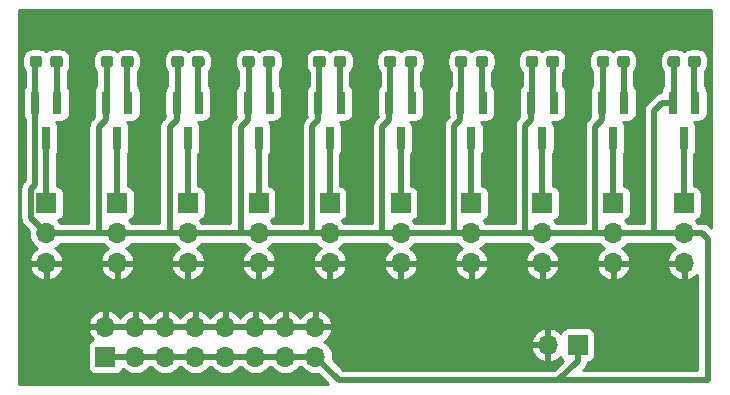
<source format=gbr>
G04 #@! TF.GenerationSoftware,KiCad,Pcbnew,5.1.4*
G04 #@! TF.CreationDate,2019-11-01T16:22:28+01:00*
G04 #@! TF.ProjectId,levelshifter,6c657665-6c73-4686-9966-7465722e6b69,rev?*
G04 #@! TF.SameCoordinates,Original*
G04 #@! TF.FileFunction,Copper,L1,Top*
G04 #@! TF.FilePolarity,Positive*
%FSLAX46Y46*%
G04 Gerber Fmt 4.6, Leading zero omitted, Abs format (unit mm)*
G04 Created by KiCad (PCBNEW 5.1.4) date 2019-11-01 16:22:28*
%MOMM*%
%LPD*%
G04 APERTURE LIST*
%ADD10R,1.700000X1.700000*%
%ADD11O,1.700000X1.700000*%
%ADD12R,0.800000X1.900000*%
%ADD13C,0.100000*%
%ADD14C,0.950000*%
%ADD15C,0.500000*%
%ADD16C,0.254000*%
G04 APERTURE END LIST*
D10*
X187000000Y-95000000D03*
D11*
X184460000Y-95000000D03*
D10*
X147000000Y-96000000D03*
D11*
X147000000Y-93460000D03*
X149540000Y-96000000D03*
X149540000Y-93460000D03*
X152080000Y-96000000D03*
X152080000Y-93460000D03*
X154620000Y-96000000D03*
X154620000Y-93460000D03*
X157160000Y-96000000D03*
X157160000Y-93460000D03*
X159700000Y-96000000D03*
X159700000Y-93460000D03*
X162240000Y-96000000D03*
X162240000Y-93460000D03*
X164780000Y-96000000D03*
X164780000Y-93460000D03*
D10*
X142000000Y-83000000D03*
D11*
X142000000Y-85540000D03*
X142000000Y-88080000D03*
X148000000Y-88080000D03*
X148000000Y-85540000D03*
D10*
X148000000Y-83000000D03*
X154000000Y-83000000D03*
D11*
X154000000Y-85540000D03*
X154000000Y-88080000D03*
X159975001Y-88080000D03*
X159975001Y-85540000D03*
D10*
X159975001Y-83000000D03*
X166000000Y-83000000D03*
D11*
X166000000Y-85540000D03*
X166000000Y-88080000D03*
X172000000Y-88080000D03*
X172000000Y-85540000D03*
D10*
X172000000Y-83000000D03*
X178000000Y-83000000D03*
D11*
X178000000Y-85540000D03*
X178000000Y-88080000D03*
X184000000Y-88080000D03*
X184000000Y-85540000D03*
D10*
X184000000Y-83000000D03*
X190000000Y-83000000D03*
D11*
X190000000Y-85540000D03*
X190000000Y-88080000D03*
X196000000Y-88080000D03*
X196000000Y-85540000D03*
D10*
X196000000Y-83000000D03*
D12*
X142000000Y-77500000D03*
X141050000Y-74500000D03*
X142950000Y-74500000D03*
X148950000Y-74500000D03*
X147050000Y-74500000D03*
X148000000Y-77500000D03*
X154000000Y-77500000D03*
X153050000Y-74500000D03*
X154950000Y-74500000D03*
X160950000Y-74500000D03*
X159050000Y-74500000D03*
X160000000Y-77500000D03*
X166950000Y-74500000D03*
X165050000Y-74500000D03*
X166000000Y-77500000D03*
X172000000Y-77500000D03*
X171050000Y-74500000D03*
X172950000Y-74500000D03*
X178950000Y-74500000D03*
X177050000Y-74500000D03*
X178000000Y-77500000D03*
X184000000Y-77500000D03*
X183050000Y-74500000D03*
X184950000Y-74500000D03*
X190950000Y-74500000D03*
X189050000Y-74500000D03*
X190000000Y-77500000D03*
X196000000Y-77500000D03*
X195050000Y-74500000D03*
X196950000Y-74500000D03*
D13*
G36*
X141435779Y-70526144D02*
G01*
X141458834Y-70529563D01*
X141481443Y-70535227D01*
X141503387Y-70543079D01*
X141524457Y-70553044D01*
X141544448Y-70565026D01*
X141563168Y-70578910D01*
X141580438Y-70594562D01*
X141596090Y-70611832D01*
X141609974Y-70630552D01*
X141621956Y-70650543D01*
X141631921Y-70671613D01*
X141639773Y-70693557D01*
X141645437Y-70716166D01*
X141648856Y-70739221D01*
X141650000Y-70762500D01*
X141650000Y-71237500D01*
X141648856Y-71260779D01*
X141645437Y-71283834D01*
X141639773Y-71306443D01*
X141631921Y-71328387D01*
X141621956Y-71349457D01*
X141609974Y-71369448D01*
X141596090Y-71388168D01*
X141580438Y-71405438D01*
X141563168Y-71421090D01*
X141544448Y-71434974D01*
X141524457Y-71446956D01*
X141503387Y-71456921D01*
X141481443Y-71464773D01*
X141458834Y-71470437D01*
X141435779Y-71473856D01*
X141412500Y-71475000D01*
X140837500Y-71475000D01*
X140814221Y-71473856D01*
X140791166Y-71470437D01*
X140768557Y-71464773D01*
X140746613Y-71456921D01*
X140725543Y-71446956D01*
X140705552Y-71434974D01*
X140686832Y-71421090D01*
X140669562Y-71405438D01*
X140653910Y-71388168D01*
X140640026Y-71369448D01*
X140628044Y-71349457D01*
X140618079Y-71328387D01*
X140610227Y-71306443D01*
X140604563Y-71283834D01*
X140601144Y-71260779D01*
X140600000Y-71237500D01*
X140600000Y-70762500D01*
X140601144Y-70739221D01*
X140604563Y-70716166D01*
X140610227Y-70693557D01*
X140618079Y-70671613D01*
X140628044Y-70650543D01*
X140640026Y-70630552D01*
X140653910Y-70611832D01*
X140669562Y-70594562D01*
X140686832Y-70578910D01*
X140705552Y-70565026D01*
X140725543Y-70553044D01*
X140746613Y-70543079D01*
X140768557Y-70535227D01*
X140791166Y-70529563D01*
X140814221Y-70526144D01*
X140837500Y-70525000D01*
X141412500Y-70525000D01*
X141435779Y-70526144D01*
X141435779Y-70526144D01*
G37*
D14*
X141125000Y-71000000D03*
D13*
G36*
X143185779Y-70526144D02*
G01*
X143208834Y-70529563D01*
X143231443Y-70535227D01*
X143253387Y-70543079D01*
X143274457Y-70553044D01*
X143294448Y-70565026D01*
X143313168Y-70578910D01*
X143330438Y-70594562D01*
X143346090Y-70611832D01*
X143359974Y-70630552D01*
X143371956Y-70650543D01*
X143381921Y-70671613D01*
X143389773Y-70693557D01*
X143395437Y-70716166D01*
X143398856Y-70739221D01*
X143400000Y-70762500D01*
X143400000Y-71237500D01*
X143398856Y-71260779D01*
X143395437Y-71283834D01*
X143389773Y-71306443D01*
X143381921Y-71328387D01*
X143371956Y-71349457D01*
X143359974Y-71369448D01*
X143346090Y-71388168D01*
X143330438Y-71405438D01*
X143313168Y-71421090D01*
X143294448Y-71434974D01*
X143274457Y-71446956D01*
X143253387Y-71456921D01*
X143231443Y-71464773D01*
X143208834Y-71470437D01*
X143185779Y-71473856D01*
X143162500Y-71475000D01*
X142587500Y-71475000D01*
X142564221Y-71473856D01*
X142541166Y-71470437D01*
X142518557Y-71464773D01*
X142496613Y-71456921D01*
X142475543Y-71446956D01*
X142455552Y-71434974D01*
X142436832Y-71421090D01*
X142419562Y-71405438D01*
X142403910Y-71388168D01*
X142390026Y-71369448D01*
X142378044Y-71349457D01*
X142368079Y-71328387D01*
X142360227Y-71306443D01*
X142354563Y-71283834D01*
X142351144Y-71260779D01*
X142350000Y-71237500D01*
X142350000Y-70762500D01*
X142351144Y-70739221D01*
X142354563Y-70716166D01*
X142360227Y-70693557D01*
X142368079Y-70671613D01*
X142378044Y-70650543D01*
X142390026Y-70630552D01*
X142403910Y-70611832D01*
X142419562Y-70594562D01*
X142436832Y-70578910D01*
X142455552Y-70565026D01*
X142475543Y-70553044D01*
X142496613Y-70543079D01*
X142518557Y-70535227D01*
X142541166Y-70529563D01*
X142564221Y-70526144D01*
X142587500Y-70525000D01*
X143162500Y-70525000D01*
X143185779Y-70526144D01*
X143185779Y-70526144D01*
G37*
D14*
X142875000Y-71000000D03*
D13*
G36*
X147435779Y-70526144D02*
G01*
X147458834Y-70529563D01*
X147481443Y-70535227D01*
X147503387Y-70543079D01*
X147524457Y-70553044D01*
X147544448Y-70565026D01*
X147563168Y-70578910D01*
X147580438Y-70594562D01*
X147596090Y-70611832D01*
X147609974Y-70630552D01*
X147621956Y-70650543D01*
X147631921Y-70671613D01*
X147639773Y-70693557D01*
X147645437Y-70716166D01*
X147648856Y-70739221D01*
X147650000Y-70762500D01*
X147650000Y-71237500D01*
X147648856Y-71260779D01*
X147645437Y-71283834D01*
X147639773Y-71306443D01*
X147631921Y-71328387D01*
X147621956Y-71349457D01*
X147609974Y-71369448D01*
X147596090Y-71388168D01*
X147580438Y-71405438D01*
X147563168Y-71421090D01*
X147544448Y-71434974D01*
X147524457Y-71446956D01*
X147503387Y-71456921D01*
X147481443Y-71464773D01*
X147458834Y-71470437D01*
X147435779Y-71473856D01*
X147412500Y-71475000D01*
X146837500Y-71475000D01*
X146814221Y-71473856D01*
X146791166Y-71470437D01*
X146768557Y-71464773D01*
X146746613Y-71456921D01*
X146725543Y-71446956D01*
X146705552Y-71434974D01*
X146686832Y-71421090D01*
X146669562Y-71405438D01*
X146653910Y-71388168D01*
X146640026Y-71369448D01*
X146628044Y-71349457D01*
X146618079Y-71328387D01*
X146610227Y-71306443D01*
X146604563Y-71283834D01*
X146601144Y-71260779D01*
X146600000Y-71237500D01*
X146600000Y-70762500D01*
X146601144Y-70739221D01*
X146604563Y-70716166D01*
X146610227Y-70693557D01*
X146618079Y-70671613D01*
X146628044Y-70650543D01*
X146640026Y-70630552D01*
X146653910Y-70611832D01*
X146669562Y-70594562D01*
X146686832Y-70578910D01*
X146705552Y-70565026D01*
X146725543Y-70553044D01*
X146746613Y-70543079D01*
X146768557Y-70535227D01*
X146791166Y-70529563D01*
X146814221Y-70526144D01*
X146837500Y-70525000D01*
X147412500Y-70525000D01*
X147435779Y-70526144D01*
X147435779Y-70526144D01*
G37*
D14*
X147125000Y-71000000D03*
D13*
G36*
X149185779Y-70526144D02*
G01*
X149208834Y-70529563D01*
X149231443Y-70535227D01*
X149253387Y-70543079D01*
X149274457Y-70553044D01*
X149294448Y-70565026D01*
X149313168Y-70578910D01*
X149330438Y-70594562D01*
X149346090Y-70611832D01*
X149359974Y-70630552D01*
X149371956Y-70650543D01*
X149381921Y-70671613D01*
X149389773Y-70693557D01*
X149395437Y-70716166D01*
X149398856Y-70739221D01*
X149400000Y-70762500D01*
X149400000Y-71237500D01*
X149398856Y-71260779D01*
X149395437Y-71283834D01*
X149389773Y-71306443D01*
X149381921Y-71328387D01*
X149371956Y-71349457D01*
X149359974Y-71369448D01*
X149346090Y-71388168D01*
X149330438Y-71405438D01*
X149313168Y-71421090D01*
X149294448Y-71434974D01*
X149274457Y-71446956D01*
X149253387Y-71456921D01*
X149231443Y-71464773D01*
X149208834Y-71470437D01*
X149185779Y-71473856D01*
X149162500Y-71475000D01*
X148587500Y-71475000D01*
X148564221Y-71473856D01*
X148541166Y-71470437D01*
X148518557Y-71464773D01*
X148496613Y-71456921D01*
X148475543Y-71446956D01*
X148455552Y-71434974D01*
X148436832Y-71421090D01*
X148419562Y-71405438D01*
X148403910Y-71388168D01*
X148390026Y-71369448D01*
X148378044Y-71349457D01*
X148368079Y-71328387D01*
X148360227Y-71306443D01*
X148354563Y-71283834D01*
X148351144Y-71260779D01*
X148350000Y-71237500D01*
X148350000Y-70762500D01*
X148351144Y-70739221D01*
X148354563Y-70716166D01*
X148360227Y-70693557D01*
X148368079Y-70671613D01*
X148378044Y-70650543D01*
X148390026Y-70630552D01*
X148403910Y-70611832D01*
X148419562Y-70594562D01*
X148436832Y-70578910D01*
X148455552Y-70565026D01*
X148475543Y-70553044D01*
X148496613Y-70543079D01*
X148518557Y-70535227D01*
X148541166Y-70529563D01*
X148564221Y-70526144D01*
X148587500Y-70525000D01*
X149162500Y-70525000D01*
X149185779Y-70526144D01*
X149185779Y-70526144D01*
G37*
D14*
X148875000Y-71000000D03*
D13*
G36*
X155185779Y-70526144D02*
G01*
X155208834Y-70529563D01*
X155231443Y-70535227D01*
X155253387Y-70543079D01*
X155274457Y-70553044D01*
X155294448Y-70565026D01*
X155313168Y-70578910D01*
X155330438Y-70594562D01*
X155346090Y-70611832D01*
X155359974Y-70630552D01*
X155371956Y-70650543D01*
X155381921Y-70671613D01*
X155389773Y-70693557D01*
X155395437Y-70716166D01*
X155398856Y-70739221D01*
X155400000Y-70762500D01*
X155400000Y-71237500D01*
X155398856Y-71260779D01*
X155395437Y-71283834D01*
X155389773Y-71306443D01*
X155381921Y-71328387D01*
X155371956Y-71349457D01*
X155359974Y-71369448D01*
X155346090Y-71388168D01*
X155330438Y-71405438D01*
X155313168Y-71421090D01*
X155294448Y-71434974D01*
X155274457Y-71446956D01*
X155253387Y-71456921D01*
X155231443Y-71464773D01*
X155208834Y-71470437D01*
X155185779Y-71473856D01*
X155162500Y-71475000D01*
X154587500Y-71475000D01*
X154564221Y-71473856D01*
X154541166Y-71470437D01*
X154518557Y-71464773D01*
X154496613Y-71456921D01*
X154475543Y-71446956D01*
X154455552Y-71434974D01*
X154436832Y-71421090D01*
X154419562Y-71405438D01*
X154403910Y-71388168D01*
X154390026Y-71369448D01*
X154378044Y-71349457D01*
X154368079Y-71328387D01*
X154360227Y-71306443D01*
X154354563Y-71283834D01*
X154351144Y-71260779D01*
X154350000Y-71237500D01*
X154350000Y-70762500D01*
X154351144Y-70739221D01*
X154354563Y-70716166D01*
X154360227Y-70693557D01*
X154368079Y-70671613D01*
X154378044Y-70650543D01*
X154390026Y-70630552D01*
X154403910Y-70611832D01*
X154419562Y-70594562D01*
X154436832Y-70578910D01*
X154455552Y-70565026D01*
X154475543Y-70553044D01*
X154496613Y-70543079D01*
X154518557Y-70535227D01*
X154541166Y-70529563D01*
X154564221Y-70526144D01*
X154587500Y-70525000D01*
X155162500Y-70525000D01*
X155185779Y-70526144D01*
X155185779Y-70526144D01*
G37*
D14*
X154875000Y-71000000D03*
D13*
G36*
X153435779Y-70526144D02*
G01*
X153458834Y-70529563D01*
X153481443Y-70535227D01*
X153503387Y-70543079D01*
X153524457Y-70553044D01*
X153544448Y-70565026D01*
X153563168Y-70578910D01*
X153580438Y-70594562D01*
X153596090Y-70611832D01*
X153609974Y-70630552D01*
X153621956Y-70650543D01*
X153631921Y-70671613D01*
X153639773Y-70693557D01*
X153645437Y-70716166D01*
X153648856Y-70739221D01*
X153650000Y-70762500D01*
X153650000Y-71237500D01*
X153648856Y-71260779D01*
X153645437Y-71283834D01*
X153639773Y-71306443D01*
X153631921Y-71328387D01*
X153621956Y-71349457D01*
X153609974Y-71369448D01*
X153596090Y-71388168D01*
X153580438Y-71405438D01*
X153563168Y-71421090D01*
X153544448Y-71434974D01*
X153524457Y-71446956D01*
X153503387Y-71456921D01*
X153481443Y-71464773D01*
X153458834Y-71470437D01*
X153435779Y-71473856D01*
X153412500Y-71475000D01*
X152837500Y-71475000D01*
X152814221Y-71473856D01*
X152791166Y-71470437D01*
X152768557Y-71464773D01*
X152746613Y-71456921D01*
X152725543Y-71446956D01*
X152705552Y-71434974D01*
X152686832Y-71421090D01*
X152669562Y-71405438D01*
X152653910Y-71388168D01*
X152640026Y-71369448D01*
X152628044Y-71349457D01*
X152618079Y-71328387D01*
X152610227Y-71306443D01*
X152604563Y-71283834D01*
X152601144Y-71260779D01*
X152600000Y-71237500D01*
X152600000Y-70762500D01*
X152601144Y-70739221D01*
X152604563Y-70716166D01*
X152610227Y-70693557D01*
X152618079Y-70671613D01*
X152628044Y-70650543D01*
X152640026Y-70630552D01*
X152653910Y-70611832D01*
X152669562Y-70594562D01*
X152686832Y-70578910D01*
X152705552Y-70565026D01*
X152725543Y-70553044D01*
X152746613Y-70543079D01*
X152768557Y-70535227D01*
X152791166Y-70529563D01*
X152814221Y-70526144D01*
X152837500Y-70525000D01*
X153412500Y-70525000D01*
X153435779Y-70526144D01*
X153435779Y-70526144D01*
G37*
D14*
X153125000Y-71000000D03*
D13*
G36*
X161185779Y-70526144D02*
G01*
X161208834Y-70529563D01*
X161231443Y-70535227D01*
X161253387Y-70543079D01*
X161274457Y-70553044D01*
X161294448Y-70565026D01*
X161313168Y-70578910D01*
X161330438Y-70594562D01*
X161346090Y-70611832D01*
X161359974Y-70630552D01*
X161371956Y-70650543D01*
X161381921Y-70671613D01*
X161389773Y-70693557D01*
X161395437Y-70716166D01*
X161398856Y-70739221D01*
X161400000Y-70762500D01*
X161400000Y-71237500D01*
X161398856Y-71260779D01*
X161395437Y-71283834D01*
X161389773Y-71306443D01*
X161381921Y-71328387D01*
X161371956Y-71349457D01*
X161359974Y-71369448D01*
X161346090Y-71388168D01*
X161330438Y-71405438D01*
X161313168Y-71421090D01*
X161294448Y-71434974D01*
X161274457Y-71446956D01*
X161253387Y-71456921D01*
X161231443Y-71464773D01*
X161208834Y-71470437D01*
X161185779Y-71473856D01*
X161162500Y-71475000D01*
X160587500Y-71475000D01*
X160564221Y-71473856D01*
X160541166Y-71470437D01*
X160518557Y-71464773D01*
X160496613Y-71456921D01*
X160475543Y-71446956D01*
X160455552Y-71434974D01*
X160436832Y-71421090D01*
X160419562Y-71405438D01*
X160403910Y-71388168D01*
X160390026Y-71369448D01*
X160378044Y-71349457D01*
X160368079Y-71328387D01*
X160360227Y-71306443D01*
X160354563Y-71283834D01*
X160351144Y-71260779D01*
X160350000Y-71237500D01*
X160350000Y-70762500D01*
X160351144Y-70739221D01*
X160354563Y-70716166D01*
X160360227Y-70693557D01*
X160368079Y-70671613D01*
X160378044Y-70650543D01*
X160390026Y-70630552D01*
X160403910Y-70611832D01*
X160419562Y-70594562D01*
X160436832Y-70578910D01*
X160455552Y-70565026D01*
X160475543Y-70553044D01*
X160496613Y-70543079D01*
X160518557Y-70535227D01*
X160541166Y-70529563D01*
X160564221Y-70526144D01*
X160587500Y-70525000D01*
X161162500Y-70525000D01*
X161185779Y-70526144D01*
X161185779Y-70526144D01*
G37*
D14*
X160875000Y-71000000D03*
D13*
G36*
X159435779Y-70526144D02*
G01*
X159458834Y-70529563D01*
X159481443Y-70535227D01*
X159503387Y-70543079D01*
X159524457Y-70553044D01*
X159544448Y-70565026D01*
X159563168Y-70578910D01*
X159580438Y-70594562D01*
X159596090Y-70611832D01*
X159609974Y-70630552D01*
X159621956Y-70650543D01*
X159631921Y-70671613D01*
X159639773Y-70693557D01*
X159645437Y-70716166D01*
X159648856Y-70739221D01*
X159650000Y-70762500D01*
X159650000Y-71237500D01*
X159648856Y-71260779D01*
X159645437Y-71283834D01*
X159639773Y-71306443D01*
X159631921Y-71328387D01*
X159621956Y-71349457D01*
X159609974Y-71369448D01*
X159596090Y-71388168D01*
X159580438Y-71405438D01*
X159563168Y-71421090D01*
X159544448Y-71434974D01*
X159524457Y-71446956D01*
X159503387Y-71456921D01*
X159481443Y-71464773D01*
X159458834Y-71470437D01*
X159435779Y-71473856D01*
X159412500Y-71475000D01*
X158837500Y-71475000D01*
X158814221Y-71473856D01*
X158791166Y-71470437D01*
X158768557Y-71464773D01*
X158746613Y-71456921D01*
X158725543Y-71446956D01*
X158705552Y-71434974D01*
X158686832Y-71421090D01*
X158669562Y-71405438D01*
X158653910Y-71388168D01*
X158640026Y-71369448D01*
X158628044Y-71349457D01*
X158618079Y-71328387D01*
X158610227Y-71306443D01*
X158604563Y-71283834D01*
X158601144Y-71260779D01*
X158600000Y-71237500D01*
X158600000Y-70762500D01*
X158601144Y-70739221D01*
X158604563Y-70716166D01*
X158610227Y-70693557D01*
X158618079Y-70671613D01*
X158628044Y-70650543D01*
X158640026Y-70630552D01*
X158653910Y-70611832D01*
X158669562Y-70594562D01*
X158686832Y-70578910D01*
X158705552Y-70565026D01*
X158725543Y-70553044D01*
X158746613Y-70543079D01*
X158768557Y-70535227D01*
X158791166Y-70529563D01*
X158814221Y-70526144D01*
X158837500Y-70525000D01*
X159412500Y-70525000D01*
X159435779Y-70526144D01*
X159435779Y-70526144D01*
G37*
D14*
X159125000Y-71000000D03*
D13*
G36*
X165435779Y-70526144D02*
G01*
X165458834Y-70529563D01*
X165481443Y-70535227D01*
X165503387Y-70543079D01*
X165524457Y-70553044D01*
X165544448Y-70565026D01*
X165563168Y-70578910D01*
X165580438Y-70594562D01*
X165596090Y-70611832D01*
X165609974Y-70630552D01*
X165621956Y-70650543D01*
X165631921Y-70671613D01*
X165639773Y-70693557D01*
X165645437Y-70716166D01*
X165648856Y-70739221D01*
X165650000Y-70762500D01*
X165650000Y-71237500D01*
X165648856Y-71260779D01*
X165645437Y-71283834D01*
X165639773Y-71306443D01*
X165631921Y-71328387D01*
X165621956Y-71349457D01*
X165609974Y-71369448D01*
X165596090Y-71388168D01*
X165580438Y-71405438D01*
X165563168Y-71421090D01*
X165544448Y-71434974D01*
X165524457Y-71446956D01*
X165503387Y-71456921D01*
X165481443Y-71464773D01*
X165458834Y-71470437D01*
X165435779Y-71473856D01*
X165412500Y-71475000D01*
X164837500Y-71475000D01*
X164814221Y-71473856D01*
X164791166Y-71470437D01*
X164768557Y-71464773D01*
X164746613Y-71456921D01*
X164725543Y-71446956D01*
X164705552Y-71434974D01*
X164686832Y-71421090D01*
X164669562Y-71405438D01*
X164653910Y-71388168D01*
X164640026Y-71369448D01*
X164628044Y-71349457D01*
X164618079Y-71328387D01*
X164610227Y-71306443D01*
X164604563Y-71283834D01*
X164601144Y-71260779D01*
X164600000Y-71237500D01*
X164600000Y-70762500D01*
X164601144Y-70739221D01*
X164604563Y-70716166D01*
X164610227Y-70693557D01*
X164618079Y-70671613D01*
X164628044Y-70650543D01*
X164640026Y-70630552D01*
X164653910Y-70611832D01*
X164669562Y-70594562D01*
X164686832Y-70578910D01*
X164705552Y-70565026D01*
X164725543Y-70553044D01*
X164746613Y-70543079D01*
X164768557Y-70535227D01*
X164791166Y-70529563D01*
X164814221Y-70526144D01*
X164837500Y-70525000D01*
X165412500Y-70525000D01*
X165435779Y-70526144D01*
X165435779Y-70526144D01*
G37*
D14*
X165125000Y-71000000D03*
D13*
G36*
X167185779Y-70526144D02*
G01*
X167208834Y-70529563D01*
X167231443Y-70535227D01*
X167253387Y-70543079D01*
X167274457Y-70553044D01*
X167294448Y-70565026D01*
X167313168Y-70578910D01*
X167330438Y-70594562D01*
X167346090Y-70611832D01*
X167359974Y-70630552D01*
X167371956Y-70650543D01*
X167381921Y-70671613D01*
X167389773Y-70693557D01*
X167395437Y-70716166D01*
X167398856Y-70739221D01*
X167400000Y-70762500D01*
X167400000Y-71237500D01*
X167398856Y-71260779D01*
X167395437Y-71283834D01*
X167389773Y-71306443D01*
X167381921Y-71328387D01*
X167371956Y-71349457D01*
X167359974Y-71369448D01*
X167346090Y-71388168D01*
X167330438Y-71405438D01*
X167313168Y-71421090D01*
X167294448Y-71434974D01*
X167274457Y-71446956D01*
X167253387Y-71456921D01*
X167231443Y-71464773D01*
X167208834Y-71470437D01*
X167185779Y-71473856D01*
X167162500Y-71475000D01*
X166587500Y-71475000D01*
X166564221Y-71473856D01*
X166541166Y-71470437D01*
X166518557Y-71464773D01*
X166496613Y-71456921D01*
X166475543Y-71446956D01*
X166455552Y-71434974D01*
X166436832Y-71421090D01*
X166419562Y-71405438D01*
X166403910Y-71388168D01*
X166390026Y-71369448D01*
X166378044Y-71349457D01*
X166368079Y-71328387D01*
X166360227Y-71306443D01*
X166354563Y-71283834D01*
X166351144Y-71260779D01*
X166350000Y-71237500D01*
X166350000Y-70762500D01*
X166351144Y-70739221D01*
X166354563Y-70716166D01*
X166360227Y-70693557D01*
X166368079Y-70671613D01*
X166378044Y-70650543D01*
X166390026Y-70630552D01*
X166403910Y-70611832D01*
X166419562Y-70594562D01*
X166436832Y-70578910D01*
X166455552Y-70565026D01*
X166475543Y-70553044D01*
X166496613Y-70543079D01*
X166518557Y-70535227D01*
X166541166Y-70529563D01*
X166564221Y-70526144D01*
X166587500Y-70525000D01*
X167162500Y-70525000D01*
X167185779Y-70526144D01*
X167185779Y-70526144D01*
G37*
D14*
X166875000Y-71000000D03*
D13*
G36*
X173185779Y-70526144D02*
G01*
X173208834Y-70529563D01*
X173231443Y-70535227D01*
X173253387Y-70543079D01*
X173274457Y-70553044D01*
X173294448Y-70565026D01*
X173313168Y-70578910D01*
X173330438Y-70594562D01*
X173346090Y-70611832D01*
X173359974Y-70630552D01*
X173371956Y-70650543D01*
X173381921Y-70671613D01*
X173389773Y-70693557D01*
X173395437Y-70716166D01*
X173398856Y-70739221D01*
X173400000Y-70762500D01*
X173400000Y-71237500D01*
X173398856Y-71260779D01*
X173395437Y-71283834D01*
X173389773Y-71306443D01*
X173381921Y-71328387D01*
X173371956Y-71349457D01*
X173359974Y-71369448D01*
X173346090Y-71388168D01*
X173330438Y-71405438D01*
X173313168Y-71421090D01*
X173294448Y-71434974D01*
X173274457Y-71446956D01*
X173253387Y-71456921D01*
X173231443Y-71464773D01*
X173208834Y-71470437D01*
X173185779Y-71473856D01*
X173162500Y-71475000D01*
X172587500Y-71475000D01*
X172564221Y-71473856D01*
X172541166Y-71470437D01*
X172518557Y-71464773D01*
X172496613Y-71456921D01*
X172475543Y-71446956D01*
X172455552Y-71434974D01*
X172436832Y-71421090D01*
X172419562Y-71405438D01*
X172403910Y-71388168D01*
X172390026Y-71369448D01*
X172378044Y-71349457D01*
X172368079Y-71328387D01*
X172360227Y-71306443D01*
X172354563Y-71283834D01*
X172351144Y-71260779D01*
X172350000Y-71237500D01*
X172350000Y-70762500D01*
X172351144Y-70739221D01*
X172354563Y-70716166D01*
X172360227Y-70693557D01*
X172368079Y-70671613D01*
X172378044Y-70650543D01*
X172390026Y-70630552D01*
X172403910Y-70611832D01*
X172419562Y-70594562D01*
X172436832Y-70578910D01*
X172455552Y-70565026D01*
X172475543Y-70553044D01*
X172496613Y-70543079D01*
X172518557Y-70535227D01*
X172541166Y-70529563D01*
X172564221Y-70526144D01*
X172587500Y-70525000D01*
X173162500Y-70525000D01*
X173185779Y-70526144D01*
X173185779Y-70526144D01*
G37*
D14*
X172875000Y-71000000D03*
D13*
G36*
X171435779Y-70526144D02*
G01*
X171458834Y-70529563D01*
X171481443Y-70535227D01*
X171503387Y-70543079D01*
X171524457Y-70553044D01*
X171544448Y-70565026D01*
X171563168Y-70578910D01*
X171580438Y-70594562D01*
X171596090Y-70611832D01*
X171609974Y-70630552D01*
X171621956Y-70650543D01*
X171631921Y-70671613D01*
X171639773Y-70693557D01*
X171645437Y-70716166D01*
X171648856Y-70739221D01*
X171650000Y-70762500D01*
X171650000Y-71237500D01*
X171648856Y-71260779D01*
X171645437Y-71283834D01*
X171639773Y-71306443D01*
X171631921Y-71328387D01*
X171621956Y-71349457D01*
X171609974Y-71369448D01*
X171596090Y-71388168D01*
X171580438Y-71405438D01*
X171563168Y-71421090D01*
X171544448Y-71434974D01*
X171524457Y-71446956D01*
X171503387Y-71456921D01*
X171481443Y-71464773D01*
X171458834Y-71470437D01*
X171435779Y-71473856D01*
X171412500Y-71475000D01*
X170837500Y-71475000D01*
X170814221Y-71473856D01*
X170791166Y-71470437D01*
X170768557Y-71464773D01*
X170746613Y-71456921D01*
X170725543Y-71446956D01*
X170705552Y-71434974D01*
X170686832Y-71421090D01*
X170669562Y-71405438D01*
X170653910Y-71388168D01*
X170640026Y-71369448D01*
X170628044Y-71349457D01*
X170618079Y-71328387D01*
X170610227Y-71306443D01*
X170604563Y-71283834D01*
X170601144Y-71260779D01*
X170600000Y-71237500D01*
X170600000Y-70762500D01*
X170601144Y-70739221D01*
X170604563Y-70716166D01*
X170610227Y-70693557D01*
X170618079Y-70671613D01*
X170628044Y-70650543D01*
X170640026Y-70630552D01*
X170653910Y-70611832D01*
X170669562Y-70594562D01*
X170686832Y-70578910D01*
X170705552Y-70565026D01*
X170725543Y-70553044D01*
X170746613Y-70543079D01*
X170768557Y-70535227D01*
X170791166Y-70529563D01*
X170814221Y-70526144D01*
X170837500Y-70525000D01*
X171412500Y-70525000D01*
X171435779Y-70526144D01*
X171435779Y-70526144D01*
G37*
D14*
X171125000Y-71000000D03*
D13*
G36*
X177435779Y-70526144D02*
G01*
X177458834Y-70529563D01*
X177481443Y-70535227D01*
X177503387Y-70543079D01*
X177524457Y-70553044D01*
X177544448Y-70565026D01*
X177563168Y-70578910D01*
X177580438Y-70594562D01*
X177596090Y-70611832D01*
X177609974Y-70630552D01*
X177621956Y-70650543D01*
X177631921Y-70671613D01*
X177639773Y-70693557D01*
X177645437Y-70716166D01*
X177648856Y-70739221D01*
X177650000Y-70762500D01*
X177650000Y-71237500D01*
X177648856Y-71260779D01*
X177645437Y-71283834D01*
X177639773Y-71306443D01*
X177631921Y-71328387D01*
X177621956Y-71349457D01*
X177609974Y-71369448D01*
X177596090Y-71388168D01*
X177580438Y-71405438D01*
X177563168Y-71421090D01*
X177544448Y-71434974D01*
X177524457Y-71446956D01*
X177503387Y-71456921D01*
X177481443Y-71464773D01*
X177458834Y-71470437D01*
X177435779Y-71473856D01*
X177412500Y-71475000D01*
X176837500Y-71475000D01*
X176814221Y-71473856D01*
X176791166Y-71470437D01*
X176768557Y-71464773D01*
X176746613Y-71456921D01*
X176725543Y-71446956D01*
X176705552Y-71434974D01*
X176686832Y-71421090D01*
X176669562Y-71405438D01*
X176653910Y-71388168D01*
X176640026Y-71369448D01*
X176628044Y-71349457D01*
X176618079Y-71328387D01*
X176610227Y-71306443D01*
X176604563Y-71283834D01*
X176601144Y-71260779D01*
X176600000Y-71237500D01*
X176600000Y-70762500D01*
X176601144Y-70739221D01*
X176604563Y-70716166D01*
X176610227Y-70693557D01*
X176618079Y-70671613D01*
X176628044Y-70650543D01*
X176640026Y-70630552D01*
X176653910Y-70611832D01*
X176669562Y-70594562D01*
X176686832Y-70578910D01*
X176705552Y-70565026D01*
X176725543Y-70553044D01*
X176746613Y-70543079D01*
X176768557Y-70535227D01*
X176791166Y-70529563D01*
X176814221Y-70526144D01*
X176837500Y-70525000D01*
X177412500Y-70525000D01*
X177435779Y-70526144D01*
X177435779Y-70526144D01*
G37*
D14*
X177125000Y-71000000D03*
D13*
G36*
X179185779Y-70526144D02*
G01*
X179208834Y-70529563D01*
X179231443Y-70535227D01*
X179253387Y-70543079D01*
X179274457Y-70553044D01*
X179294448Y-70565026D01*
X179313168Y-70578910D01*
X179330438Y-70594562D01*
X179346090Y-70611832D01*
X179359974Y-70630552D01*
X179371956Y-70650543D01*
X179381921Y-70671613D01*
X179389773Y-70693557D01*
X179395437Y-70716166D01*
X179398856Y-70739221D01*
X179400000Y-70762500D01*
X179400000Y-71237500D01*
X179398856Y-71260779D01*
X179395437Y-71283834D01*
X179389773Y-71306443D01*
X179381921Y-71328387D01*
X179371956Y-71349457D01*
X179359974Y-71369448D01*
X179346090Y-71388168D01*
X179330438Y-71405438D01*
X179313168Y-71421090D01*
X179294448Y-71434974D01*
X179274457Y-71446956D01*
X179253387Y-71456921D01*
X179231443Y-71464773D01*
X179208834Y-71470437D01*
X179185779Y-71473856D01*
X179162500Y-71475000D01*
X178587500Y-71475000D01*
X178564221Y-71473856D01*
X178541166Y-71470437D01*
X178518557Y-71464773D01*
X178496613Y-71456921D01*
X178475543Y-71446956D01*
X178455552Y-71434974D01*
X178436832Y-71421090D01*
X178419562Y-71405438D01*
X178403910Y-71388168D01*
X178390026Y-71369448D01*
X178378044Y-71349457D01*
X178368079Y-71328387D01*
X178360227Y-71306443D01*
X178354563Y-71283834D01*
X178351144Y-71260779D01*
X178350000Y-71237500D01*
X178350000Y-70762500D01*
X178351144Y-70739221D01*
X178354563Y-70716166D01*
X178360227Y-70693557D01*
X178368079Y-70671613D01*
X178378044Y-70650543D01*
X178390026Y-70630552D01*
X178403910Y-70611832D01*
X178419562Y-70594562D01*
X178436832Y-70578910D01*
X178455552Y-70565026D01*
X178475543Y-70553044D01*
X178496613Y-70543079D01*
X178518557Y-70535227D01*
X178541166Y-70529563D01*
X178564221Y-70526144D01*
X178587500Y-70525000D01*
X179162500Y-70525000D01*
X179185779Y-70526144D01*
X179185779Y-70526144D01*
G37*
D14*
X178875000Y-71000000D03*
D13*
G36*
X185185779Y-70526144D02*
G01*
X185208834Y-70529563D01*
X185231443Y-70535227D01*
X185253387Y-70543079D01*
X185274457Y-70553044D01*
X185294448Y-70565026D01*
X185313168Y-70578910D01*
X185330438Y-70594562D01*
X185346090Y-70611832D01*
X185359974Y-70630552D01*
X185371956Y-70650543D01*
X185381921Y-70671613D01*
X185389773Y-70693557D01*
X185395437Y-70716166D01*
X185398856Y-70739221D01*
X185400000Y-70762500D01*
X185400000Y-71237500D01*
X185398856Y-71260779D01*
X185395437Y-71283834D01*
X185389773Y-71306443D01*
X185381921Y-71328387D01*
X185371956Y-71349457D01*
X185359974Y-71369448D01*
X185346090Y-71388168D01*
X185330438Y-71405438D01*
X185313168Y-71421090D01*
X185294448Y-71434974D01*
X185274457Y-71446956D01*
X185253387Y-71456921D01*
X185231443Y-71464773D01*
X185208834Y-71470437D01*
X185185779Y-71473856D01*
X185162500Y-71475000D01*
X184587500Y-71475000D01*
X184564221Y-71473856D01*
X184541166Y-71470437D01*
X184518557Y-71464773D01*
X184496613Y-71456921D01*
X184475543Y-71446956D01*
X184455552Y-71434974D01*
X184436832Y-71421090D01*
X184419562Y-71405438D01*
X184403910Y-71388168D01*
X184390026Y-71369448D01*
X184378044Y-71349457D01*
X184368079Y-71328387D01*
X184360227Y-71306443D01*
X184354563Y-71283834D01*
X184351144Y-71260779D01*
X184350000Y-71237500D01*
X184350000Y-70762500D01*
X184351144Y-70739221D01*
X184354563Y-70716166D01*
X184360227Y-70693557D01*
X184368079Y-70671613D01*
X184378044Y-70650543D01*
X184390026Y-70630552D01*
X184403910Y-70611832D01*
X184419562Y-70594562D01*
X184436832Y-70578910D01*
X184455552Y-70565026D01*
X184475543Y-70553044D01*
X184496613Y-70543079D01*
X184518557Y-70535227D01*
X184541166Y-70529563D01*
X184564221Y-70526144D01*
X184587500Y-70525000D01*
X185162500Y-70525000D01*
X185185779Y-70526144D01*
X185185779Y-70526144D01*
G37*
D14*
X184875000Y-71000000D03*
D13*
G36*
X183435779Y-70526144D02*
G01*
X183458834Y-70529563D01*
X183481443Y-70535227D01*
X183503387Y-70543079D01*
X183524457Y-70553044D01*
X183544448Y-70565026D01*
X183563168Y-70578910D01*
X183580438Y-70594562D01*
X183596090Y-70611832D01*
X183609974Y-70630552D01*
X183621956Y-70650543D01*
X183631921Y-70671613D01*
X183639773Y-70693557D01*
X183645437Y-70716166D01*
X183648856Y-70739221D01*
X183650000Y-70762500D01*
X183650000Y-71237500D01*
X183648856Y-71260779D01*
X183645437Y-71283834D01*
X183639773Y-71306443D01*
X183631921Y-71328387D01*
X183621956Y-71349457D01*
X183609974Y-71369448D01*
X183596090Y-71388168D01*
X183580438Y-71405438D01*
X183563168Y-71421090D01*
X183544448Y-71434974D01*
X183524457Y-71446956D01*
X183503387Y-71456921D01*
X183481443Y-71464773D01*
X183458834Y-71470437D01*
X183435779Y-71473856D01*
X183412500Y-71475000D01*
X182837500Y-71475000D01*
X182814221Y-71473856D01*
X182791166Y-71470437D01*
X182768557Y-71464773D01*
X182746613Y-71456921D01*
X182725543Y-71446956D01*
X182705552Y-71434974D01*
X182686832Y-71421090D01*
X182669562Y-71405438D01*
X182653910Y-71388168D01*
X182640026Y-71369448D01*
X182628044Y-71349457D01*
X182618079Y-71328387D01*
X182610227Y-71306443D01*
X182604563Y-71283834D01*
X182601144Y-71260779D01*
X182600000Y-71237500D01*
X182600000Y-70762500D01*
X182601144Y-70739221D01*
X182604563Y-70716166D01*
X182610227Y-70693557D01*
X182618079Y-70671613D01*
X182628044Y-70650543D01*
X182640026Y-70630552D01*
X182653910Y-70611832D01*
X182669562Y-70594562D01*
X182686832Y-70578910D01*
X182705552Y-70565026D01*
X182725543Y-70553044D01*
X182746613Y-70543079D01*
X182768557Y-70535227D01*
X182791166Y-70529563D01*
X182814221Y-70526144D01*
X182837500Y-70525000D01*
X183412500Y-70525000D01*
X183435779Y-70526144D01*
X183435779Y-70526144D01*
G37*
D14*
X183125000Y-71000000D03*
D13*
G36*
X191185779Y-70526144D02*
G01*
X191208834Y-70529563D01*
X191231443Y-70535227D01*
X191253387Y-70543079D01*
X191274457Y-70553044D01*
X191294448Y-70565026D01*
X191313168Y-70578910D01*
X191330438Y-70594562D01*
X191346090Y-70611832D01*
X191359974Y-70630552D01*
X191371956Y-70650543D01*
X191381921Y-70671613D01*
X191389773Y-70693557D01*
X191395437Y-70716166D01*
X191398856Y-70739221D01*
X191400000Y-70762500D01*
X191400000Y-71237500D01*
X191398856Y-71260779D01*
X191395437Y-71283834D01*
X191389773Y-71306443D01*
X191381921Y-71328387D01*
X191371956Y-71349457D01*
X191359974Y-71369448D01*
X191346090Y-71388168D01*
X191330438Y-71405438D01*
X191313168Y-71421090D01*
X191294448Y-71434974D01*
X191274457Y-71446956D01*
X191253387Y-71456921D01*
X191231443Y-71464773D01*
X191208834Y-71470437D01*
X191185779Y-71473856D01*
X191162500Y-71475000D01*
X190587500Y-71475000D01*
X190564221Y-71473856D01*
X190541166Y-71470437D01*
X190518557Y-71464773D01*
X190496613Y-71456921D01*
X190475543Y-71446956D01*
X190455552Y-71434974D01*
X190436832Y-71421090D01*
X190419562Y-71405438D01*
X190403910Y-71388168D01*
X190390026Y-71369448D01*
X190378044Y-71349457D01*
X190368079Y-71328387D01*
X190360227Y-71306443D01*
X190354563Y-71283834D01*
X190351144Y-71260779D01*
X190350000Y-71237500D01*
X190350000Y-70762500D01*
X190351144Y-70739221D01*
X190354563Y-70716166D01*
X190360227Y-70693557D01*
X190368079Y-70671613D01*
X190378044Y-70650543D01*
X190390026Y-70630552D01*
X190403910Y-70611832D01*
X190419562Y-70594562D01*
X190436832Y-70578910D01*
X190455552Y-70565026D01*
X190475543Y-70553044D01*
X190496613Y-70543079D01*
X190518557Y-70535227D01*
X190541166Y-70529563D01*
X190564221Y-70526144D01*
X190587500Y-70525000D01*
X191162500Y-70525000D01*
X191185779Y-70526144D01*
X191185779Y-70526144D01*
G37*
D14*
X190875000Y-71000000D03*
D13*
G36*
X189435779Y-70526144D02*
G01*
X189458834Y-70529563D01*
X189481443Y-70535227D01*
X189503387Y-70543079D01*
X189524457Y-70553044D01*
X189544448Y-70565026D01*
X189563168Y-70578910D01*
X189580438Y-70594562D01*
X189596090Y-70611832D01*
X189609974Y-70630552D01*
X189621956Y-70650543D01*
X189631921Y-70671613D01*
X189639773Y-70693557D01*
X189645437Y-70716166D01*
X189648856Y-70739221D01*
X189650000Y-70762500D01*
X189650000Y-71237500D01*
X189648856Y-71260779D01*
X189645437Y-71283834D01*
X189639773Y-71306443D01*
X189631921Y-71328387D01*
X189621956Y-71349457D01*
X189609974Y-71369448D01*
X189596090Y-71388168D01*
X189580438Y-71405438D01*
X189563168Y-71421090D01*
X189544448Y-71434974D01*
X189524457Y-71446956D01*
X189503387Y-71456921D01*
X189481443Y-71464773D01*
X189458834Y-71470437D01*
X189435779Y-71473856D01*
X189412500Y-71475000D01*
X188837500Y-71475000D01*
X188814221Y-71473856D01*
X188791166Y-71470437D01*
X188768557Y-71464773D01*
X188746613Y-71456921D01*
X188725543Y-71446956D01*
X188705552Y-71434974D01*
X188686832Y-71421090D01*
X188669562Y-71405438D01*
X188653910Y-71388168D01*
X188640026Y-71369448D01*
X188628044Y-71349457D01*
X188618079Y-71328387D01*
X188610227Y-71306443D01*
X188604563Y-71283834D01*
X188601144Y-71260779D01*
X188600000Y-71237500D01*
X188600000Y-70762500D01*
X188601144Y-70739221D01*
X188604563Y-70716166D01*
X188610227Y-70693557D01*
X188618079Y-70671613D01*
X188628044Y-70650543D01*
X188640026Y-70630552D01*
X188653910Y-70611832D01*
X188669562Y-70594562D01*
X188686832Y-70578910D01*
X188705552Y-70565026D01*
X188725543Y-70553044D01*
X188746613Y-70543079D01*
X188768557Y-70535227D01*
X188791166Y-70529563D01*
X188814221Y-70526144D01*
X188837500Y-70525000D01*
X189412500Y-70525000D01*
X189435779Y-70526144D01*
X189435779Y-70526144D01*
G37*
D14*
X189125000Y-71000000D03*
D13*
G36*
X195435779Y-70526144D02*
G01*
X195458834Y-70529563D01*
X195481443Y-70535227D01*
X195503387Y-70543079D01*
X195524457Y-70553044D01*
X195544448Y-70565026D01*
X195563168Y-70578910D01*
X195580438Y-70594562D01*
X195596090Y-70611832D01*
X195609974Y-70630552D01*
X195621956Y-70650543D01*
X195631921Y-70671613D01*
X195639773Y-70693557D01*
X195645437Y-70716166D01*
X195648856Y-70739221D01*
X195650000Y-70762500D01*
X195650000Y-71237500D01*
X195648856Y-71260779D01*
X195645437Y-71283834D01*
X195639773Y-71306443D01*
X195631921Y-71328387D01*
X195621956Y-71349457D01*
X195609974Y-71369448D01*
X195596090Y-71388168D01*
X195580438Y-71405438D01*
X195563168Y-71421090D01*
X195544448Y-71434974D01*
X195524457Y-71446956D01*
X195503387Y-71456921D01*
X195481443Y-71464773D01*
X195458834Y-71470437D01*
X195435779Y-71473856D01*
X195412500Y-71475000D01*
X194837500Y-71475000D01*
X194814221Y-71473856D01*
X194791166Y-71470437D01*
X194768557Y-71464773D01*
X194746613Y-71456921D01*
X194725543Y-71446956D01*
X194705552Y-71434974D01*
X194686832Y-71421090D01*
X194669562Y-71405438D01*
X194653910Y-71388168D01*
X194640026Y-71369448D01*
X194628044Y-71349457D01*
X194618079Y-71328387D01*
X194610227Y-71306443D01*
X194604563Y-71283834D01*
X194601144Y-71260779D01*
X194600000Y-71237500D01*
X194600000Y-70762500D01*
X194601144Y-70739221D01*
X194604563Y-70716166D01*
X194610227Y-70693557D01*
X194618079Y-70671613D01*
X194628044Y-70650543D01*
X194640026Y-70630552D01*
X194653910Y-70611832D01*
X194669562Y-70594562D01*
X194686832Y-70578910D01*
X194705552Y-70565026D01*
X194725543Y-70553044D01*
X194746613Y-70543079D01*
X194768557Y-70535227D01*
X194791166Y-70529563D01*
X194814221Y-70526144D01*
X194837500Y-70525000D01*
X195412500Y-70525000D01*
X195435779Y-70526144D01*
X195435779Y-70526144D01*
G37*
D14*
X195125000Y-71000000D03*
D13*
G36*
X197185779Y-70526144D02*
G01*
X197208834Y-70529563D01*
X197231443Y-70535227D01*
X197253387Y-70543079D01*
X197274457Y-70553044D01*
X197294448Y-70565026D01*
X197313168Y-70578910D01*
X197330438Y-70594562D01*
X197346090Y-70611832D01*
X197359974Y-70630552D01*
X197371956Y-70650543D01*
X197381921Y-70671613D01*
X197389773Y-70693557D01*
X197395437Y-70716166D01*
X197398856Y-70739221D01*
X197400000Y-70762500D01*
X197400000Y-71237500D01*
X197398856Y-71260779D01*
X197395437Y-71283834D01*
X197389773Y-71306443D01*
X197381921Y-71328387D01*
X197371956Y-71349457D01*
X197359974Y-71369448D01*
X197346090Y-71388168D01*
X197330438Y-71405438D01*
X197313168Y-71421090D01*
X197294448Y-71434974D01*
X197274457Y-71446956D01*
X197253387Y-71456921D01*
X197231443Y-71464773D01*
X197208834Y-71470437D01*
X197185779Y-71473856D01*
X197162500Y-71475000D01*
X196587500Y-71475000D01*
X196564221Y-71473856D01*
X196541166Y-71470437D01*
X196518557Y-71464773D01*
X196496613Y-71456921D01*
X196475543Y-71446956D01*
X196455552Y-71434974D01*
X196436832Y-71421090D01*
X196419562Y-71405438D01*
X196403910Y-71388168D01*
X196390026Y-71369448D01*
X196378044Y-71349457D01*
X196368079Y-71328387D01*
X196360227Y-71306443D01*
X196354563Y-71283834D01*
X196351144Y-71260779D01*
X196350000Y-71237500D01*
X196350000Y-70762500D01*
X196351144Y-70739221D01*
X196354563Y-70716166D01*
X196360227Y-70693557D01*
X196368079Y-70671613D01*
X196378044Y-70650543D01*
X196390026Y-70630552D01*
X196403910Y-70611832D01*
X196419562Y-70594562D01*
X196436832Y-70578910D01*
X196455552Y-70565026D01*
X196475543Y-70553044D01*
X196496613Y-70543079D01*
X196518557Y-70535227D01*
X196541166Y-70529563D01*
X196564221Y-70526144D01*
X196587500Y-70525000D01*
X197162500Y-70525000D01*
X197185779Y-70526144D01*
X197185779Y-70526144D01*
G37*
D14*
X196875000Y-71000000D03*
D15*
X141050000Y-71075000D02*
X141125000Y-71000000D01*
X141050000Y-74500000D02*
X141050000Y-71075000D01*
X147125000Y-74425000D02*
X147050000Y-74500000D01*
X147125000Y-71000000D02*
X147125000Y-74425000D01*
X153125000Y-74425000D02*
X153050000Y-74500000D01*
X153125000Y-71000000D02*
X153125000Y-74425000D01*
X159125000Y-74425000D02*
X159050000Y-74500000D01*
X159125000Y-71000000D02*
X159125000Y-74425000D01*
X165125000Y-74425000D02*
X165050000Y-74500000D01*
X165125000Y-71000000D02*
X165125000Y-74425000D01*
X171125000Y-74425000D02*
X171050000Y-74500000D01*
X171125000Y-71000000D02*
X171125000Y-74425000D01*
X177125000Y-74425000D02*
X177050000Y-74500000D01*
X177125000Y-71000000D02*
X177125000Y-74425000D01*
X183125000Y-74425000D02*
X183050000Y-74500000D01*
X183125000Y-71000000D02*
X183125000Y-74425000D01*
X189125000Y-74425000D02*
X189050000Y-74500000D01*
X189125000Y-71000000D02*
X189125000Y-74425000D01*
X195125000Y-74425000D02*
X195050000Y-74500000D01*
X195125000Y-71000000D02*
X195125000Y-74425000D01*
X147000000Y-96000000D02*
X164780000Y-96000000D01*
X187000000Y-96350000D02*
X187000000Y-95000000D01*
X166780000Y-98000000D02*
X185350000Y-98000000D01*
X185350000Y-98000000D02*
X187000000Y-96350000D01*
X164780000Y-96000000D02*
X166780000Y-98000000D01*
X193460000Y-75190000D02*
X193460000Y-85540000D01*
X194150000Y-74500000D02*
X193460000Y-75190000D01*
X195050000Y-74500000D02*
X194150000Y-74500000D01*
X193460000Y-85540000D02*
X196000000Y-85540000D01*
X165050000Y-75950000D02*
X165050000Y-74500000D01*
X164540000Y-76460000D02*
X165050000Y-75950000D01*
X164540000Y-85540000D02*
X164540000Y-76460000D01*
X158460000Y-76540000D02*
X159050000Y-75950000D01*
X158460000Y-85540000D02*
X158460000Y-76540000D01*
X159050000Y-75950000D02*
X159050000Y-74500000D01*
X158460000Y-85540000D02*
X164540000Y-85540000D01*
X152460000Y-76540000D02*
X153050000Y-75950000D01*
X152460000Y-85540000D02*
X152460000Y-76540000D01*
X152460000Y-85540000D02*
X158460000Y-85540000D01*
X153050000Y-75950000D02*
X153050000Y-74500000D01*
X147050000Y-75950000D02*
X147050000Y-74500000D01*
X146460000Y-76540000D02*
X147050000Y-75950000D01*
X146460000Y-85540000D02*
X152460000Y-85540000D01*
X146460000Y-85540000D02*
X146460000Y-76540000D01*
X142000000Y-85540000D02*
X146460000Y-85540000D01*
X140699999Y-84239999D02*
X141150001Y-84690001D01*
X141150001Y-84690001D02*
X142000000Y-85540000D01*
X140699999Y-81789999D02*
X140699999Y-84239999D01*
X141050000Y-81439998D02*
X140699999Y-81789999D01*
X141050000Y-74500000D02*
X141050000Y-81439998D01*
X177050000Y-75950000D02*
X177050000Y-74500000D01*
X176540000Y-76460000D02*
X177050000Y-75950000D01*
X176540000Y-85540000D02*
X176540000Y-76460000D01*
X182540000Y-76460000D02*
X183050000Y-75950000D01*
X182540000Y-85540000D02*
X182540000Y-76460000D01*
X183050000Y-75950000D02*
X183050000Y-74500000D01*
X176540000Y-85540000D02*
X182540000Y-85540000D01*
X188460000Y-85540000D02*
X188460000Y-76540000D01*
X189050000Y-75950000D02*
X189050000Y-74500000D01*
X188460000Y-76540000D02*
X189050000Y-75950000D01*
X188460000Y-85540000D02*
X193460000Y-85540000D01*
X182540000Y-85540000D02*
X188460000Y-85540000D01*
X198000000Y-86000000D02*
X198000000Y-98000000D01*
X196000000Y-85540000D02*
X197540000Y-85540000D01*
X198000000Y-98000000D02*
X185350000Y-98000000D01*
X197540000Y-85540000D02*
X198000000Y-86000000D01*
X170460000Y-85540000D02*
X170460000Y-76540000D01*
X171050000Y-75950000D02*
X171050000Y-74500000D01*
X170460000Y-76540000D02*
X171050000Y-75950000D01*
X170460000Y-85540000D02*
X176540000Y-85540000D01*
X164540000Y-85540000D02*
X170460000Y-85540000D01*
X184460000Y-88540000D02*
X184000000Y-88080000D01*
X142000000Y-77500000D02*
X142000000Y-83000000D01*
X148000000Y-77500000D02*
X148000000Y-83000000D01*
X154000000Y-77500000D02*
X154000000Y-83000000D01*
X160000000Y-82975001D02*
X159975001Y-83000000D01*
X160000000Y-77500000D02*
X160000000Y-82975001D01*
X166000000Y-77500000D02*
X166000000Y-83000000D01*
X172000000Y-77500000D02*
X172000000Y-83000000D01*
X178000000Y-77500000D02*
X178000000Y-83000000D01*
X184000000Y-77500000D02*
X184000000Y-83000000D01*
X190000000Y-77500000D02*
X190000000Y-83000000D01*
X196000000Y-78050000D02*
X196000000Y-83000000D01*
X196000000Y-77500000D02*
X196000000Y-78050000D01*
X142950000Y-71075000D02*
X142875000Y-71000000D01*
X142950000Y-74500000D02*
X142950000Y-71075000D01*
X148875000Y-74425000D02*
X148950000Y-74500000D01*
X148875000Y-71000000D02*
X148875000Y-74425000D01*
X154875000Y-74425000D02*
X154950000Y-74500000D01*
X154875000Y-71000000D02*
X154875000Y-74425000D01*
X160875000Y-74425000D02*
X160950000Y-74500000D01*
X160875000Y-71000000D02*
X160875000Y-74425000D01*
X166875000Y-74425000D02*
X166950000Y-74500000D01*
X166875000Y-71000000D02*
X166875000Y-74425000D01*
X172875000Y-74425000D02*
X172950000Y-74500000D01*
X172875000Y-71000000D02*
X172875000Y-74425000D01*
X178875000Y-74425000D02*
X178950000Y-74500000D01*
X178875000Y-71000000D02*
X178875000Y-74425000D01*
X184875000Y-74425000D02*
X184950000Y-74500000D01*
X184875000Y-71000000D02*
X184875000Y-74425000D01*
X190875000Y-74425000D02*
X190950000Y-74500000D01*
X190875000Y-71000000D02*
X190875000Y-74425000D01*
X196875000Y-74425000D02*
X196950000Y-74500000D01*
X196875000Y-71000000D02*
X196875000Y-74425000D01*
D16*
G36*
X198315000Y-85063422D02*
G01*
X198196534Y-84944956D01*
X198168817Y-84911183D01*
X198034059Y-84800589D01*
X197880313Y-84718411D01*
X197713490Y-84667805D01*
X197583477Y-84655000D01*
X197583469Y-84655000D01*
X197540000Y-84650719D01*
X197496531Y-84655000D01*
X197194759Y-84655000D01*
X197055134Y-84484866D01*
X197025313Y-84460393D01*
X197094180Y-84439502D01*
X197204494Y-84380537D01*
X197301185Y-84301185D01*
X197380537Y-84204494D01*
X197439502Y-84094180D01*
X197475812Y-83974482D01*
X197488072Y-83850000D01*
X197488072Y-82150000D01*
X197475812Y-82025518D01*
X197439502Y-81905820D01*
X197380537Y-81795506D01*
X197301185Y-81698815D01*
X197204494Y-81619463D01*
X197094180Y-81560498D01*
X196974482Y-81524188D01*
X196885000Y-81515375D01*
X196885000Y-78859981D01*
X196930537Y-78804494D01*
X196989502Y-78694180D01*
X197025812Y-78574482D01*
X197038072Y-78450000D01*
X197038072Y-76550000D01*
X197025812Y-76425518D01*
X196989502Y-76305820D01*
X196930537Y-76195506D01*
X196851185Y-76098815D01*
X196838095Y-76088072D01*
X197350000Y-76088072D01*
X197474482Y-76075812D01*
X197594180Y-76039502D01*
X197704494Y-75980537D01*
X197801185Y-75901185D01*
X197880537Y-75804494D01*
X197939502Y-75694180D01*
X197975812Y-75574482D01*
X197988072Y-75450000D01*
X197988072Y-73550000D01*
X197975812Y-73425518D01*
X197939502Y-73305820D01*
X197880537Y-73195506D01*
X197801185Y-73098815D01*
X197760000Y-73065015D01*
X197760000Y-71874369D01*
X197781623Y-71856623D01*
X197890512Y-71723942D01*
X197971423Y-71572567D01*
X198021248Y-71408316D01*
X198038072Y-71237500D01*
X198038072Y-70762500D01*
X198021248Y-70591684D01*
X197971423Y-70427433D01*
X197890512Y-70276058D01*
X197781623Y-70143377D01*
X197648942Y-70034488D01*
X197497567Y-69953577D01*
X197333316Y-69903752D01*
X197162500Y-69886928D01*
X196587500Y-69886928D01*
X196416684Y-69903752D01*
X196252433Y-69953577D01*
X196101058Y-70034488D01*
X196000000Y-70117425D01*
X195898942Y-70034488D01*
X195747567Y-69953577D01*
X195583316Y-69903752D01*
X195412500Y-69886928D01*
X194837500Y-69886928D01*
X194666684Y-69903752D01*
X194502433Y-69953577D01*
X194351058Y-70034488D01*
X194218377Y-70143377D01*
X194109488Y-70276058D01*
X194028577Y-70427433D01*
X193978752Y-70591684D01*
X193961928Y-70762500D01*
X193961928Y-71237500D01*
X193978752Y-71408316D01*
X194028577Y-71572567D01*
X194109488Y-71723942D01*
X194218377Y-71856623D01*
X194240000Y-71874369D01*
X194240001Y-73065015D01*
X194198815Y-73098815D01*
X194119463Y-73195506D01*
X194060498Y-73305820D01*
X194024188Y-73425518D01*
X194011928Y-73550000D01*
X194011928Y-73624317D01*
X193976510Y-73627805D01*
X193809687Y-73678411D01*
X193655941Y-73760589D01*
X193626452Y-73784790D01*
X193554953Y-73843468D01*
X193554951Y-73843470D01*
X193521183Y-73871183D01*
X193493470Y-73904951D01*
X192864956Y-74533466D01*
X192831183Y-74561183D01*
X192720589Y-74695942D01*
X192638411Y-74849688D01*
X192617367Y-74919059D01*
X192594616Y-74994060D01*
X192587805Y-75016511D01*
X192575000Y-75146524D01*
X192575000Y-75146531D01*
X192570719Y-75190000D01*
X192575000Y-75233469D01*
X192575001Y-84655000D01*
X191194759Y-84655000D01*
X191055134Y-84484866D01*
X191025313Y-84460393D01*
X191094180Y-84439502D01*
X191204494Y-84380537D01*
X191301185Y-84301185D01*
X191380537Y-84204494D01*
X191439502Y-84094180D01*
X191475812Y-83974482D01*
X191488072Y-83850000D01*
X191488072Y-82150000D01*
X191475812Y-82025518D01*
X191439502Y-81905820D01*
X191380537Y-81795506D01*
X191301185Y-81698815D01*
X191204494Y-81619463D01*
X191094180Y-81560498D01*
X190974482Y-81524188D01*
X190885000Y-81515375D01*
X190885000Y-78859981D01*
X190930537Y-78804494D01*
X190989502Y-78694180D01*
X191025812Y-78574482D01*
X191038072Y-78450000D01*
X191038072Y-76550000D01*
X191025812Y-76425518D01*
X190989502Y-76305820D01*
X190930537Y-76195506D01*
X190851185Y-76098815D01*
X190838095Y-76088072D01*
X191350000Y-76088072D01*
X191474482Y-76075812D01*
X191594180Y-76039502D01*
X191704494Y-75980537D01*
X191801185Y-75901185D01*
X191880537Y-75804494D01*
X191939502Y-75694180D01*
X191975812Y-75574482D01*
X191988072Y-75450000D01*
X191988072Y-73550000D01*
X191975812Y-73425518D01*
X191939502Y-73305820D01*
X191880537Y-73195506D01*
X191801185Y-73098815D01*
X191760000Y-73065015D01*
X191760000Y-71874369D01*
X191781623Y-71856623D01*
X191890512Y-71723942D01*
X191971423Y-71572567D01*
X192021248Y-71408316D01*
X192038072Y-71237500D01*
X192038072Y-70762500D01*
X192021248Y-70591684D01*
X191971423Y-70427433D01*
X191890512Y-70276058D01*
X191781623Y-70143377D01*
X191648942Y-70034488D01*
X191497567Y-69953577D01*
X191333316Y-69903752D01*
X191162500Y-69886928D01*
X190587500Y-69886928D01*
X190416684Y-69903752D01*
X190252433Y-69953577D01*
X190101058Y-70034488D01*
X190000000Y-70117425D01*
X189898942Y-70034488D01*
X189747567Y-69953577D01*
X189583316Y-69903752D01*
X189412500Y-69886928D01*
X188837500Y-69886928D01*
X188666684Y-69903752D01*
X188502433Y-69953577D01*
X188351058Y-70034488D01*
X188218377Y-70143377D01*
X188109488Y-70276058D01*
X188028577Y-70427433D01*
X187978752Y-70591684D01*
X187961928Y-70762500D01*
X187961928Y-71237500D01*
X187978752Y-71408316D01*
X188028577Y-71572567D01*
X188109488Y-71723942D01*
X188218377Y-71856623D01*
X188240000Y-71874369D01*
X188240001Y-73065015D01*
X188198815Y-73098815D01*
X188119463Y-73195506D01*
X188060498Y-73305820D01*
X188024188Y-73425518D01*
X188011928Y-73550000D01*
X188011928Y-75450000D01*
X188024188Y-75574482D01*
X188059042Y-75689380D01*
X187864952Y-75883470D01*
X187831184Y-75911183D01*
X187803471Y-75944951D01*
X187803468Y-75944954D01*
X187720590Y-76045941D01*
X187638412Y-76199687D01*
X187587805Y-76366510D01*
X187570719Y-76540000D01*
X187575001Y-76583479D01*
X187575000Y-84655000D01*
X185194759Y-84655000D01*
X185055134Y-84484866D01*
X185025313Y-84460393D01*
X185094180Y-84439502D01*
X185204494Y-84380537D01*
X185301185Y-84301185D01*
X185380537Y-84204494D01*
X185439502Y-84094180D01*
X185475812Y-83974482D01*
X185488072Y-83850000D01*
X185488072Y-82150000D01*
X185475812Y-82025518D01*
X185439502Y-81905820D01*
X185380537Y-81795506D01*
X185301185Y-81698815D01*
X185204494Y-81619463D01*
X185094180Y-81560498D01*
X184974482Y-81524188D01*
X184885000Y-81515375D01*
X184885000Y-78859981D01*
X184930537Y-78804494D01*
X184989502Y-78694180D01*
X185025812Y-78574482D01*
X185038072Y-78450000D01*
X185038072Y-76550000D01*
X185025812Y-76425518D01*
X184989502Y-76305820D01*
X184930537Y-76195506D01*
X184851185Y-76098815D01*
X184838095Y-76088072D01*
X185350000Y-76088072D01*
X185474482Y-76075812D01*
X185594180Y-76039502D01*
X185704494Y-75980537D01*
X185801185Y-75901185D01*
X185880537Y-75804494D01*
X185939502Y-75694180D01*
X185975812Y-75574482D01*
X185988072Y-75450000D01*
X185988072Y-73550000D01*
X185975812Y-73425518D01*
X185939502Y-73305820D01*
X185880537Y-73195506D01*
X185801185Y-73098815D01*
X185760000Y-73065015D01*
X185760000Y-71874369D01*
X185781623Y-71856623D01*
X185890512Y-71723942D01*
X185971423Y-71572567D01*
X186021248Y-71408316D01*
X186038072Y-71237500D01*
X186038072Y-70762500D01*
X186021248Y-70591684D01*
X185971423Y-70427433D01*
X185890512Y-70276058D01*
X185781623Y-70143377D01*
X185648942Y-70034488D01*
X185497567Y-69953577D01*
X185333316Y-69903752D01*
X185162500Y-69886928D01*
X184587500Y-69886928D01*
X184416684Y-69903752D01*
X184252433Y-69953577D01*
X184101058Y-70034488D01*
X184000000Y-70117425D01*
X183898942Y-70034488D01*
X183747567Y-69953577D01*
X183583316Y-69903752D01*
X183412500Y-69886928D01*
X182837500Y-69886928D01*
X182666684Y-69903752D01*
X182502433Y-69953577D01*
X182351058Y-70034488D01*
X182218377Y-70143377D01*
X182109488Y-70276058D01*
X182028577Y-70427433D01*
X181978752Y-70591684D01*
X181961928Y-70762500D01*
X181961928Y-71237500D01*
X181978752Y-71408316D01*
X182028577Y-71572567D01*
X182109488Y-71723942D01*
X182218377Y-71856623D01*
X182240000Y-71874369D01*
X182240001Y-73065015D01*
X182198815Y-73098815D01*
X182119463Y-73195506D01*
X182060498Y-73305820D01*
X182024188Y-73425518D01*
X182011928Y-73550000D01*
X182011928Y-75450000D01*
X182024188Y-75574482D01*
X182059042Y-75689380D01*
X181944952Y-75803470D01*
X181911184Y-75831183D01*
X181883471Y-75864951D01*
X181883468Y-75864954D01*
X181800590Y-75965941D01*
X181718412Y-76119687D01*
X181667805Y-76286510D01*
X181650719Y-76460000D01*
X181655001Y-76503479D01*
X181655000Y-84655000D01*
X179194759Y-84655000D01*
X179055134Y-84484866D01*
X179025313Y-84460393D01*
X179094180Y-84439502D01*
X179204494Y-84380537D01*
X179301185Y-84301185D01*
X179380537Y-84204494D01*
X179439502Y-84094180D01*
X179475812Y-83974482D01*
X179488072Y-83850000D01*
X179488072Y-82150000D01*
X179475812Y-82025518D01*
X179439502Y-81905820D01*
X179380537Y-81795506D01*
X179301185Y-81698815D01*
X179204494Y-81619463D01*
X179094180Y-81560498D01*
X178974482Y-81524188D01*
X178885000Y-81515375D01*
X178885000Y-78859981D01*
X178930537Y-78804494D01*
X178989502Y-78694180D01*
X179025812Y-78574482D01*
X179038072Y-78450000D01*
X179038072Y-76550000D01*
X179025812Y-76425518D01*
X178989502Y-76305820D01*
X178930537Y-76195506D01*
X178851185Y-76098815D01*
X178838095Y-76088072D01*
X179350000Y-76088072D01*
X179474482Y-76075812D01*
X179594180Y-76039502D01*
X179704494Y-75980537D01*
X179801185Y-75901185D01*
X179880537Y-75804494D01*
X179939502Y-75694180D01*
X179975812Y-75574482D01*
X179988072Y-75450000D01*
X179988072Y-73550000D01*
X179975812Y-73425518D01*
X179939502Y-73305820D01*
X179880537Y-73195506D01*
X179801185Y-73098815D01*
X179760000Y-73065015D01*
X179760000Y-71874369D01*
X179781623Y-71856623D01*
X179890512Y-71723942D01*
X179971423Y-71572567D01*
X180021248Y-71408316D01*
X180038072Y-71237500D01*
X180038072Y-70762500D01*
X180021248Y-70591684D01*
X179971423Y-70427433D01*
X179890512Y-70276058D01*
X179781623Y-70143377D01*
X179648942Y-70034488D01*
X179497567Y-69953577D01*
X179333316Y-69903752D01*
X179162500Y-69886928D01*
X178587500Y-69886928D01*
X178416684Y-69903752D01*
X178252433Y-69953577D01*
X178101058Y-70034488D01*
X178000000Y-70117425D01*
X177898942Y-70034488D01*
X177747567Y-69953577D01*
X177583316Y-69903752D01*
X177412500Y-69886928D01*
X176837500Y-69886928D01*
X176666684Y-69903752D01*
X176502433Y-69953577D01*
X176351058Y-70034488D01*
X176218377Y-70143377D01*
X176109488Y-70276058D01*
X176028577Y-70427433D01*
X175978752Y-70591684D01*
X175961928Y-70762500D01*
X175961928Y-71237500D01*
X175978752Y-71408316D01*
X176028577Y-71572567D01*
X176109488Y-71723942D01*
X176218377Y-71856623D01*
X176240000Y-71874369D01*
X176240001Y-73065015D01*
X176198815Y-73098815D01*
X176119463Y-73195506D01*
X176060498Y-73305820D01*
X176024188Y-73425518D01*
X176011928Y-73550000D01*
X176011928Y-75450000D01*
X176024188Y-75574482D01*
X176059042Y-75689380D01*
X175944952Y-75803470D01*
X175911184Y-75831183D01*
X175883471Y-75864951D01*
X175883468Y-75864954D01*
X175800590Y-75965941D01*
X175718412Y-76119687D01*
X175667805Y-76286510D01*
X175650719Y-76460000D01*
X175655001Y-76503479D01*
X175655000Y-84655000D01*
X173194759Y-84655000D01*
X173055134Y-84484866D01*
X173025313Y-84460393D01*
X173094180Y-84439502D01*
X173204494Y-84380537D01*
X173301185Y-84301185D01*
X173380537Y-84204494D01*
X173439502Y-84094180D01*
X173475812Y-83974482D01*
X173488072Y-83850000D01*
X173488072Y-82150000D01*
X173475812Y-82025518D01*
X173439502Y-81905820D01*
X173380537Y-81795506D01*
X173301185Y-81698815D01*
X173204494Y-81619463D01*
X173094180Y-81560498D01*
X172974482Y-81524188D01*
X172885000Y-81515375D01*
X172885000Y-78859981D01*
X172930537Y-78804494D01*
X172989502Y-78694180D01*
X173025812Y-78574482D01*
X173038072Y-78450000D01*
X173038072Y-76550000D01*
X173025812Y-76425518D01*
X172989502Y-76305820D01*
X172930537Y-76195506D01*
X172851185Y-76098815D01*
X172838095Y-76088072D01*
X173350000Y-76088072D01*
X173474482Y-76075812D01*
X173594180Y-76039502D01*
X173704494Y-75980537D01*
X173801185Y-75901185D01*
X173880537Y-75804494D01*
X173939502Y-75694180D01*
X173975812Y-75574482D01*
X173988072Y-75450000D01*
X173988072Y-73550000D01*
X173975812Y-73425518D01*
X173939502Y-73305820D01*
X173880537Y-73195506D01*
X173801185Y-73098815D01*
X173760000Y-73065015D01*
X173760000Y-71874369D01*
X173781623Y-71856623D01*
X173890512Y-71723942D01*
X173971423Y-71572567D01*
X174021248Y-71408316D01*
X174038072Y-71237500D01*
X174038072Y-70762500D01*
X174021248Y-70591684D01*
X173971423Y-70427433D01*
X173890512Y-70276058D01*
X173781623Y-70143377D01*
X173648942Y-70034488D01*
X173497567Y-69953577D01*
X173333316Y-69903752D01*
X173162500Y-69886928D01*
X172587500Y-69886928D01*
X172416684Y-69903752D01*
X172252433Y-69953577D01*
X172101058Y-70034488D01*
X172000000Y-70117425D01*
X171898942Y-70034488D01*
X171747567Y-69953577D01*
X171583316Y-69903752D01*
X171412500Y-69886928D01*
X170837500Y-69886928D01*
X170666684Y-69903752D01*
X170502433Y-69953577D01*
X170351058Y-70034488D01*
X170218377Y-70143377D01*
X170109488Y-70276058D01*
X170028577Y-70427433D01*
X169978752Y-70591684D01*
X169961928Y-70762500D01*
X169961928Y-71237500D01*
X169978752Y-71408316D01*
X170028577Y-71572567D01*
X170109488Y-71723942D01*
X170218377Y-71856623D01*
X170240000Y-71874369D01*
X170240001Y-73065015D01*
X170198815Y-73098815D01*
X170119463Y-73195506D01*
X170060498Y-73305820D01*
X170024188Y-73425518D01*
X170011928Y-73550000D01*
X170011928Y-75450000D01*
X170024188Y-75574482D01*
X170059042Y-75689380D01*
X169864952Y-75883470D01*
X169831184Y-75911183D01*
X169803471Y-75944951D01*
X169803468Y-75944954D01*
X169720590Y-76045941D01*
X169638412Y-76199687D01*
X169587805Y-76366510D01*
X169570719Y-76540000D01*
X169575001Y-76583479D01*
X169575000Y-84655000D01*
X167194759Y-84655000D01*
X167055134Y-84484866D01*
X167025313Y-84460393D01*
X167094180Y-84439502D01*
X167204494Y-84380537D01*
X167301185Y-84301185D01*
X167380537Y-84204494D01*
X167439502Y-84094180D01*
X167475812Y-83974482D01*
X167488072Y-83850000D01*
X167488072Y-82150000D01*
X167475812Y-82025518D01*
X167439502Y-81905820D01*
X167380537Y-81795506D01*
X167301185Y-81698815D01*
X167204494Y-81619463D01*
X167094180Y-81560498D01*
X166974482Y-81524188D01*
X166885000Y-81515375D01*
X166885000Y-78859981D01*
X166930537Y-78804494D01*
X166989502Y-78694180D01*
X167025812Y-78574482D01*
X167038072Y-78450000D01*
X167038072Y-76550000D01*
X167025812Y-76425518D01*
X166989502Y-76305820D01*
X166930537Y-76195506D01*
X166851185Y-76098815D01*
X166838095Y-76088072D01*
X167350000Y-76088072D01*
X167474482Y-76075812D01*
X167594180Y-76039502D01*
X167704494Y-75980537D01*
X167801185Y-75901185D01*
X167880537Y-75804494D01*
X167939502Y-75694180D01*
X167975812Y-75574482D01*
X167988072Y-75450000D01*
X167988072Y-73550000D01*
X167975812Y-73425518D01*
X167939502Y-73305820D01*
X167880537Y-73195506D01*
X167801185Y-73098815D01*
X167760000Y-73065015D01*
X167760000Y-71874369D01*
X167781623Y-71856623D01*
X167890512Y-71723942D01*
X167971423Y-71572567D01*
X168021248Y-71408316D01*
X168038072Y-71237500D01*
X168038072Y-70762500D01*
X168021248Y-70591684D01*
X167971423Y-70427433D01*
X167890512Y-70276058D01*
X167781623Y-70143377D01*
X167648942Y-70034488D01*
X167497567Y-69953577D01*
X167333316Y-69903752D01*
X167162500Y-69886928D01*
X166587500Y-69886928D01*
X166416684Y-69903752D01*
X166252433Y-69953577D01*
X166101058Y-70034488D01*
X166000000Y-70117425D01*
X165898942Y-70034488D01*
X165747567Y-69953577D01*
X165583316Y-69903752D01*
X165412500Y-69886928D01*
X164837500Y-69886928D01*
X164666684Y-69903752D01*
X164502433Y-69953577D01*
X164351058Y-70034488D01*
X164218377Y-70143377D01*
X164109488Y-70276058D01*
X164028577Y-70427433D01*
X163978752Y-70591684D01*
X163961928Y-70762500D01*
X163961928Y-71237500D01*
X163978752Y-71408316D01*
X164028577Y-71572567D01*
X164109488Y-71723942D01*
X164218377Y-71856623D01*
X164240000Y-71874369D01*
X164240001Y-73065015D01*
X164198815Y-73098815D01*
X164119463Y-73195506D01*
X164060498Y-73305820D01*
X164024188Y-73425518D01*
X164011928Y-73550000D01*
X164011928Y-75450000D01*
X164024188Y-75574482D01*
X164059042Y-75689380D01*
X163944952Y-75803470D01*
X163911184Y-75831183D01*
X163883471Y-75864951D01*
X163883468Y-75864954D01*
X163800590Y-75965941D01*
X163718412Y-76119687D01*
X163667805Y-76286510D01*
X163650719Y-76460000D01*
X163655001Y-76503479D01*
X163655000Y-84655000D01*
X161169760Y-84655000D01*
X161030135Y-84484866D01*
X161000314Y-84460393D01*
X161069181Y-84439502D01*
X161179495Y-84380537D01*
X161276186Y-84301185D01*
X161355538Y-84204494D01*
X161414503Y-84094180D01*
X161450813Y-83974482D01*
X161463073Y-83850000D01*
X161463073Y-82150000D01*
X161450813Y-82025518D01*
X161414503Y-81905820D01*
X161355538Y-81795506D01*
X161276186Y-81698815D01*
X161179495Y-81619463D01*
X161069181Y-81560498D01*
X160949483Y-81524188D01*
X160885000Y-81517837D01*
X160885000Y-78859981D01*
X160930537Y-78804494D01*
X160989502Y-78694180D01*
X161025812Y-78574482D01*
X161038072Y-78450000D01*
X161038072Y-76550000D01*
X161025812Y-76425518D01*
X160989502Y-76305820D01*
X160930537Y-76195506D01*
X160851185Y-76098815D01*
X160838095Y-76088072D01*
X161350000Y-76088072D01*
X161474482Y-76075812D01*
X161594180Y-76039502D01*
X161704494Y-75980537D01*
X161801185Y-75901185D01*
X161880537Y-75804494D01*
X161939502Y-75694180D01*
X161975812Y-75574482D01*
X161988072Y-75450000D01*
X161988072Y-73550000D01*
X161975812Y-73425518D01*
X161939502Y-73305820D01*
X161880537Y-73195506D01*
X161801185Y-73098815D01*
X161760000Y-73065015D01*
X161760000Y-71874369D01*
X161781623Y-71856623D01*
X161890512Y-71723942D01*
X161971423Y-71572567D01*
X162021248Y-71408316D01*
X162038072Y-71237500D01*
X162038072Y-70762500D01*
X162021248Y-70591684D01*
X161971423Y-70427433D01*
X161890512Y-70276058D01*
X161781623Y-70143377D01*
X161648942Y-70034488D01*
X161497567Y-69953577D01*
X161333316Y-69903752D01*
X161162500Y-69886928D01*
X160587500Y-69886928D01*
X160416684Y-69903752D01*
X160252433Y-69953577D01*
X160101058Y-70034488D01*
X160000000Y-70117425D01*
X159898942Y-70034488D01*
X159747567Y-69953577D01*
X159583316Y-69903752D01*
X159412500Y-69886928D01*
X158837500Y-69886928D01*
X158666684Y-69903752D01*
X158502433Y-69953577D01*
X158351058Y-70034488D01*
X158218377Y-70143377D01*
X158109488Y-70276058D01*
X158028577Y-70427433D01*
X157978752Y-70591684D01*
X157961928Y-70762500D01*
X157961928Y-71237500D01*
X157978752Y-71408316D01*
X158028577Y-71572567D01*
X158109488Y-71723942D01*
X158218377Y-71856623D01*
X158240000Y-71874369D01*
X158240001Y-73065015D01*
X158198815Y-73098815D01*
X158119463Y-73195506D01*
X158060498Y-73305820D01*
X158024188Y-73425518D01*
X158011928Y-73550000D01*
X158011928Y-75450000D01*
X158024188Y-75574482D01*
X158059042Y-75689380D01*
X157864952Y-75883470D01*
X157831184Y-75911183D01*
X157803471Y-75944951D01*
X157803468Y-75944954D01*
X157720590Y-76045941D01*
X157638412Y-76199687D01*
X157587805Y-76366510D01*
X157570719Y-76540000D01*
X157575001Y-76583479D01*
X157575000Y-84655000D01*
X155194759Y-84655000D01*
X155055134Y-84484866D01*
X155025313Y-84460393D01*
X155094180Y-84439502D01*
X155204494Y-84380537D01*
X155301185Y-84301185D01*
X155380537Y-84204494D01*
X155439502Y-84094180D01*
X155475812Y-83974482D01*
X155488072Y-83850000D01*
X155488072Y-82150000D01*
X155475812Y-82025518D01*
X155439502Y-81905820D01*
X155380537Y-81795506D01*
X155301185Y-81698815D01*
X155204494Y-81619463D01*
X155094180Y-81560498D01*
X154974482Y-81524188D01*
X154885000Y-81515375D01*
X154885000Y-78859981D01*
X154930537Y-78804494D01*
X154989502Y-78694180D01*
X155025812Y-78574482D01*
X155038072Y-78450000D01*
X155038072Y-76550000D01*
X155025812Y-76425518D01*
X154989502Y-76305820D01*
X154930537Y-76195506D01*
X154851185Y-76098815D01*
X154838095Y-76088072D01*
X155350000Y-76088072D01*
X155474482Y-76075812D01*
X155594180Y-76039502D01*
X155704494Y-75980537D01*
X155801185Y-75901185D01*
X155880537Y-75804494D01*
X155939502Y-75694180D01*
X155975812Y-75574482D01*
X155988072Y-75450000D01*
X155988072Y-73550000D01*
X155975812Y-73425518D01*
X155939502Y-73305820D01*
X155880537Y-73195506D01*
X155801185Y-73098815D01*
X155760000Y-73065015D01*
X155760000Y-71874369D01*
X155781623Y-71856623D01*
X155890512Y-71723942D01*
X155971423Y-71572567D01*
X156021248Y-71408316D01*
X156038072Y-71237500D01*
X156038072Y-70762500D01*
X156021248Y-70591684D01*
X155971423Y-70427433D01*
X155890512Y-70276058D01*
X155781623Y-70143377D01*
X155648942Y-70034488D01*
X155497567Y-69953577D01*
X155333316Y-69903752D01*
X155162500Y-69886928D01*
X154587500Y-69886928D01*
X154416684Y-69903752D01*
X154252433Y-69953577D01*
X154101058Y-70034488D01*
X154000000Y-70117425D01*
X153898942Y-70034488D01*
X153747567Y-69953577D01*
X153583316Y-69903752D01*
X153412500Y-69886928D01*
X152837500Y-69886928D01*
X152666684Y-69903752D01*
X152502433Y-69953577D01*
X152351058Y-70034488D01*
X152218377Y-70143377D01*
X152109488Y-70276058D01*
X152028577Y-70427433D01*
X151978752Y-70591684D01*
X151961928Y-70762500D01*
X151961928Y-71237500D01*
X151978752Y-71408316D01*
X152028577Y-71572567D01*
X152109488Y-71723942D01*
X152218377Y-71856623D01*
X152240000Y-71874369D01*
X152240001Y-73065015D01*
X152198815Y-73098815D01*
X152119463Y-73195506D01*
X152060498Y-73305820D01*
X152024188Y-73425518D01*
X152011928Y-73550000D01*
X152011928Y-75450000D01*
X152024188Y-75574482D01*
X152059042Y-75689380D01*
X151864952Y-75883470D01*
X151831184Y-75911183D01*
X151803471Y-75944951D01*
X151803468Y-75944954D01*
X151720590Y-76045941D01*
X151638412Y-76199687D01*
X151587805Y-76366510D01*
X151570719Y-76540000D01*
X151575001Y-76583479D01*
X151575000Y-84655000D01*
X149194759Y-84655000D01*
X149055134Y-84484866D01*
X149025313Y-84460393D01*
X149094180Y-84439502D01*
X149204494Y-84380537D01*
X149301185Y-84301185D01*
X149380537Y-84204494D01*
X149439502Y-84094180D01*
X149475812Y-83974482D01*
X149488072Y-83850000D01*
X149488072Y-82150000D01*
X149475812Y-82025518D01*
X149439502Y-81905820D01*
X149380537Y-81795506D01*
X149301185Y-81698815D01*
X149204494Y-81619463D01*
X149094180Y-81560498D01*
X148974482Y-81524188D01*
X148885000Y-81515375D01*
X148885000Y-78859981D01*
X148930537Y-78804494D01*
X148989502Y-78694180D01*
X149025812Y-78574482D01*
X149038072Y-78450000D01*
X149038072Y-76550000D01*
X149025812Y-76425518D01*
X148989502Y-76305820D01*
X148930537Y-76195506D01*
X148851185Y-76098815D01*
X148838095Y-76088072D01*
X149350000Y-76088072D01*
X149474482Y-76075812D01*
X149594180Y-76039502D01*
X149704494Y-75980537D01*
X149801185Y-75901185D01*
X149880537Y-75804494D01*
X149939502Y-75694180D01*
X149975812Y-75574482D01*
X149988072Y-75450000D01*
X149988072Y-73550000D01*
X149975812Y-73425518D01*
X149939502Y-73305820D01*
X149880537Y-73195506D01*
X149801185Y-73098815D01*
X149760000Y-73065015D01*
X149760000Y-71874369D01*
X149781623Y-71856623D01*
X149890512Y-71723942D01*
X149971423Y-71572567D01*
X150021248Y-71408316D01*
X150038072Y-71237500D01*
X150038072Y-70762500D01*
X150021248Y-70591684D01*
X149971423Y-70427433D01*
X149890512Y-70276058D01*
X149781623Y-70143377D01*
X149648942Y-70034488D01*
X149497567Y-69953577D01*
X149333316Y-69903752D01*
X149162500Y-69886928D01*
X148587500Y-69886928D01*
X148416684Y-69903752D01*
X148252433Y-69953577D01*
X148101058Y-70034488D01*
X148000000Y-70117425D01*
X147898942Y-70034488D01*
X147747567Y-69953577D01*
X147583316Y-69903752D01*
X147412500Y-69886928D01*
X146837500Y-69886928D01*
X146666684Y-69903752D01*
X146502433Y-69953577D01*
X146351058Y-70034488D01*
X146218377Y-70143377D01*
X146109488Y-70276058D01*
X146028577Y-70427433D01*
X145978752Y-70591684D01*
X145961928Y-70762500D01*
X145961928Y-71237500D01*
X145978752Y-71408316D01*
X146028577Y-71572567D01*
X146109488Y-71723942D01*
X146218377Y-71856623D01*
X146240000Y-71874369D01*
X146240001Y-73065015D01*
X146198815Y-73098815D01*
X146119463Y-73195506D01*
X146060498Y-73305820D01*
X146024188Y-73425518D01*
X146011928Y-73550000D01*
X146011928Y-75450000D01*
X146024188Y-75574482D01*
X146059042Y-75689380D01*
X145864952Y-75883470D01*
X145831184Y-75911183D01*
X145803471Y-75944951D01*
X145803468Y-75944954D01*
X145720590Y-76045941D01*
X145638412Y-76199687D01*
X145587805Y-76366510D01*
X145570719Y-76540000D01*
X145575001Y-76583479D01*
X145575000Y-84655000D01*
X143194759Y-84655000D01*
X143055134Y-84484866D01*
X143025313Y-84460393D01*
X143094180Y-84439502D01*
X143204494Y-84380537D01*
X143301185Y-84301185D01*
X143380537Y-84204494D01*
X143439502Y-84094180D01*
X143475812Y-83974482D01*
X143488072Y-83850000D01*
X143488072Y-82150000D01*
X143475812Y-82025518D01*
X143439502Y-81905820D01*
X143380537Y-81795506D01*
X143301185Y-81698815D01*
X143204494Y-81619463D01*
X143094180Y-81560498D01*
X142974482Y-81524188D01*
X142885000Y-81515375D01*
X142885000Y-78859981D01*
X142930537Y-78804494D01*
X142989502Y-78694180D01*
X143025812Y-78574482D01*
X143038072Y-78450000D01*
X143038072Y-76550000D01*
X143025812Y-76425518D01*
X142989502Y-76305820D01*
X142930537Y-76195506D01*
X142851185Y-76098815D01*
X142838095Y-76088072D01*
X143350000Y-76088072D01*
X143474482Y-76075812D01*
X143594180Y-76039502D01*
X143704494Y-75980537D01*
X143801185Y-75901185D01*
X143880537Y-75804494D01*
X143939502Y-75694180D01*
X143975812Y-75574482D01*
X143988072Y-75450000D01*
X143988072Y-73550000D01*
X143975812Y-73425518D01*
X143939502Y-73305820D01*
X143880537Y-73195506D01*
X143835000Y-73140019D01*
X143835000Y-71791583D01*
X143890512Y-71723942D01*
X143971423Y-71572567D01*
X144021248Y-71408316D01*
X144038072Y-71237500D01*
X144038072Y-70762500D01*
X144021248Y-70591684D01*
X143971423Y-70427433D01*
X143890512Y-70276058D01*
X143781623Y-70143377D01*
X143648942Y-70034488D01*
X143497567Y-69953577D01*
X143333316Y-69903752D01*
X143162500Y-69886928D01*
X142587500Y-69886928D01*
X142416684Y-69903752D01*
X142252433Y-69953577D01*
X142101058Y-70034488D01*
X142000000Y-70117425D01*
X141898942Y-70034488D01*
X141747567Y-69953577D01*
X141583316Y-69903752D01*
X141412500Y-69886928D01*
X140837500Y-69886928D01*
X140666684Y-69903752D01*
X140502433Y-69953577D01*
X140351058Y-70034488D01*
X140218377Y-70143377D01*
X140109488Y-70276058D01*
X140028577Y-70427433D01*
X139978752Y-70591684D01*
X139961928Y-70762500D01*
X139961928Y-71237500D01*
X139978752Y-71408316D01*
X140028577Y-71572567D01*
X140109488Y-71723942D01*
X140165001Y-71791584D01*
X140165000Y-73140018D01*
X140119463Y-73195506D01*
X140060498Y-73305820D01*
X140024188Y-73425518D01*
X140011928Y-73550000D01*
X140011928Y-75450000D01*
X140024188Y-75574482D01*
X140060498Y-75694180D01*
X140119463Y-75804494D01*
X140165000Y-75859981D01*
X140165001Y-81073419D01*
X140104955Y-81133465D01*
X140071182Y-81161182D01*
X139960588Y-81295941D01*
X139878410Y-81449687D01*
X139859529Y-81511928D01*
X139828721Y-81613488D01*
X139827804Y-81616510D01*
X139814999Y-81746523D01*
X139814999Y-81746530D01*
X139810718Y-81789999D01*
X139814999Y-81833468D01*
X139815000Y-84196520D01*
X139810718Y-84239999D01*
X139827804Y-84413489D01*
X139878411Y-84580312D01*
X139960589Y-84734058D01*
X140043467Y-84835045D01*
X140043470Y-84835048D01*
X140071183Y-84868816D01*
X140104951Y-84896529D01*
X140529388Y-85320966D01*
X140507815Y-85540000D01*
X140536487Y-85831111D01*
X140621401Y-86111034D01*
X140759294Y-86369014D01*
X140944866Y-86595134D01*
X141170986Y-86780706D01*
X141235523Y-86815201D01*
X141118645Y-86884822D01*
X140902412Y-87079731D01*
X140728359Y-87313080D01*
X140603175Y-87575901D01*
X140558524Y-87723110D01*
X140679845Y-87953000D01*
X141873000Y-87953000D01*
X141873000Y-87933000D01*
X142127000Y-87933000D01*
X142127000Y-87953000D01*
X143320155Y-87953000D01*
X143441476Y-87723110D01*
X143396825Y-87575901D01*
X143271641Y-87313080D01*
X143097588Y-87079731D01*
X142881355Y-86884822D01*
X142764477Y-86815201D01*
X142829014Y-86780706D01*
X143055134Y-86595134D01*
X143194759Y-86425000D01*
X146416523Y-86425000D01*
X146460000Y-86429282D01*
X146503476Y-86425000D01*
X146805241Y-86425000D01*
X146944866Y-86595134D01*
X147170986Y-86780706D01*
X147235523Y-86815201D01*
X147118645Y-86884822D01*
X146902412Y-87079731D01*
X146728359Y-87313080D01*
X146603175Y-87575901D01*
X146558524Y-87723110D01*
X146679845Y-87953000D01*
X147873000Y-87953000D01*
X147873000Y-87933000D01*
X148127000Y-87933000D01*
X148127000Y-87953000D01*
X149320155Y-87953000D01*
X149441476Y-87723110D01*
X149396825Y-87575901D01*
X149271641Y-87313080D01*
X149097588Y-87079731D01*
X148881355Y-86884822D01*
X148764477Y-86815201D01*
X148829014Y-86780706D01*
X149055134Y-86595134D01*
X149194759Y-86425000D01*
X152416523Y-86425000D01*
X152460000Y-86429282D01*
X152503476Y-86425000D01*
X152805241Y-86425000D01*
X152944866Y-86595134D01*
X153170986Y-86780706D01*
X153235523Y-86815201D01*
X153118645Y-86884822D01*
X152902412Y-87079731D01*
X152728359Y-87313080D01*
X152603175Y-87575901D01*
X152558524Y-87723110D01*
X152679845Y-87953000D01*
X153873000Y-87953000D01*
X153873000Y-87933000D01*
X154127000Y-87933000D01*
X154127000Y-87953000D01*
X155320155Y-87953000D01*
X155441476Y-87723110D01*
X155396825Y-87575901D01*
X155271641Y-87313080D01*
X155097588Y-87079731D01*
X154881355Y-86884822D01*
X154764477Y-86815201D01*
X154829014Y-86780706D01*
X155055134Y-86595134D01*
X155194759Y-86425000D01*
X158416523Y-86425000D01*
X158460000Y-86429282D01*
X158503476Y-86425000D01*
X158780242Y-86425000D01*
X158919867Y-86595134D01*
X159145987Y-86780706D01*
X159210524Y-86815201D01*
X159093646Y-86884822D01*
X158877413Y-87079731D01*
X158703360Y-87313080D01*
X158578176Y-87575901D01*
X158533525Y-87723110D01*
X158654846Y-87953000D01*
X159848001Y-87953000D01*
X159848001Y-87933000D01*
X160102001Y-87933000D01*
X160102001Y-87953000D01*
X161295156Y-87953000D01*
X161416477Y-87723110D01*
X161371826Y-87575901D01*
X161246642Y-87313080D01*
X161072589Y-87079731D01*
X160856356Y-86884822D01*
X160739478Y-86815201D01*
X160804015Y-86780706D01*
X161030135Y-86595134D01*
X161169760Y-86425000D01*
X164496523Y-86425000D01*
X164540000Y-86429282D01*
X164583476Y-86425000D01*
X164805241Y-86425000D01*
X164944866Y-86595134D01*
X165170986Y-86780706D01*
X165235523Y-86815201D01*
X165118645Y-86884822D01*
X164902412Y-87079731D01*
X164728359Y-87313080D01*
X164603175Y-87575901D01*
X164558524Y-87723110D01*
X164679845Y-87953000D01*
X165873000Y-87953000D01*
X165873000Y-87933000D01*
X166127000Y-87933000D01*
X166127000Y-87953000D01*
X167320155Y-87953000D01*
X167441476Y-87723110D01*
X167396825Y-87575901D01*
X167271641Y-87313080D01*
X167097588Y-87079731D01*
X166881355Y-86884822D01*
X166764477Y-86815201D01*
X166829014Y-86780706D01*
X167055134Y-86595134D01*
X167194759Y-86425000D01*
X170416523Y-86425000D01*
X170460000Y-86429282D01*
X170503476Y-86425000D01*
X170805241Y-86425000D01*
X170944866Y-86595134D01*
X171170986Y-86780706D01*
X171235523Y-86815201D01*
X171118645Y-86884822D01*
X170902412Y-87079731D01*
X170728359Y-87313080D01*
X170603175Y-87575901D01*
X170558524Y-87723110D01*
X170679845Y-87953000D01*
X171873000Y-87953000D01*
X171873000Y-87933000D01*
X172127000Y-87933000D01*
X172127000Y-87953000D01*
X173320155Y-87953000D01*
X173441476Y-87723110D01*
X173396825Y-87575901D01*
X173271641Y-87313080D01*
X173097588Y-87079731D01*
X172881355Y-86884822D01*
X172764477Y-86815201D01*
X172829014Y-86780706D01*
X173055134Y-86595134D01*
X173194759Y-86425000D01*
X176496523Y-86425000D01*
X176540000Y-86429282D01*
X176583476Y-86425000D01*
X176805241Y-86425000D01*
X176944866Y-86595134D01*
X177170986Y-86780706D01*
X177235523Y-86815201D01*
X177118645Y-86884822D01*
X176902412Y-87079731D01*
X176728359Y-87313080D01*
X176603175Y-87575901D01*
X176558524Y-87723110D01*
X176679845Y-87953000D01*
X177873000Y-87953000D01*
X177873000Y-87933000D01*
X178127000Y-87933000D01*
X178127000Y-87953000D01*
X179320155Y-87953000D01*
X179441476Y-87723110D01*
X179396825Y-87575901D01*
X179271641Y-87313080D01*
X179097588Y-87079731D01*
X178881355Y-86884822D01*
X178764477Y-86815201D01*
X178829014Y-86780706D01*
X179055134Y-86595134D01*
X179194759Y-86425000D01*
X182496523Y-86425000D01*
X182540000Y-86429282D01*
X182583476Y-86425000D01*
X182805241Y-86425000D01*
X182944866Y-86595134D01*
X183170986Y-86780706D01*
X183235523Y-86815201D01*
X183118645Y-86884822D01*
X182902412Y-87079731D01*
X182728359Y-87313080D01*
X182603175Y-87575901D01*
X182558524Y-87723110D01*
X182679845Y-87953000D01*
X183873000Y-87953000D01*
X183873000Y-87933000D01*
X184127000Y-87933000D01*
X184127000Y-87953000D01*
X185320155Y-87953000D01*
X185441476Y-87723110D01*
X185396825Y-87575901D01*
X185271641Y-87313080D01*
X185097588Y-87079731D01*
X184881355Y-86884822D01*
X184764477Y-86815201D01*
X184829014Y-86780706D01*
X185055134Y-86595134D01*
X185194759Y-86425000D01*
X188416523Y-86425000D01*
X188460000Y-86429282D01*
X188503476Y-86425000D01*
X188805241Y-86425000D01*
X188944866Y-86595134D01*
X189170986Y-86780706D01*
X189235523Y-86815201D01*
X189118645Y-86884822D01*
X188902412Y-87079731D01*
X188728359Y-87313080D01*
X188603175Y-87575901D01*
X188558524Y-87723110D01*
X188679845Y-87953000D01*
X189873000Y-87953000D01*
X189873000Y-87933000D01*
X190127000Y-87933000D01*
X190127000Y-87953000D01*
X191320155Y-87953000D01*
X191441476Y-87723110D01*
X191396825Y-87575901D01*
X191271641Y-87313080D01*
X191097588Y-87079731D01*
X190881355Y-86884822D01*
X190764477Y-86815201D01*
X190829014Y-86780706D01*
X191055134Y-86595134D01*
X191194759Y-86425000D01*
X193416524Y-86425000D01*
X193460000Y-86429282D01*
X193503477Y-86425000D01*
X194805241Y-86425000D01*
X194944866Y-86595134D01*
X195170986Y-86780706D01*
X195235523Y-86815201D01*
X195118645Y-86884822D01*
X194902412Y-87079731D01*
X194728359Y-87313080D01*
X194603175Y-87575901D01*
X194558524Y-87723110D01*
X194679845Y-87953000D01*
X195873000Y-87953000D01*
X195873000Y-87933000D01*
X196127000Y-87933000D01*
X196127000Y-87953000D01*
X196147000Y-87953000D01*
X196147000Y-88207000D01*
X196127000Y-88207000D01*
X196127000Y-89400814D01*
X196356891Y-89521481D01*
X196631252Y-89424157D01*
X196881355Y-89275178D01*
X197097588Y-89080269D01*
X197115000Y-89056925D01*
X197115001Y-97115000D01*
X187486579Y-97115000D01*
X187595050Y-97006529D01*
X187628817Y-96978817D01*
X187739411Y-96844059D01*
X187821589Y-96690313D01*
X187872195Y-96523490D01*
X187875935Y-96485518D01*
X187974482Y-96475812D01*
X188094180Y-96439502D01*
X188204494Y-96380537D01*
X188301185Y-96301185D01*
X188380537Y-96204494D01*
X188439502Y-96094180D01*
X188475812Y-95974482D01*
X188488072Y-95850000D01*
X188488072Y-94150000D01*
X188475812Y-94025518D01*
X188439502Y-93905820D01*
X188380537Y-93795506D01*
X188301185Y-93698815D01*
X188204494Y-93619463D01*
X188094180Y-93560498D01*
X187974482Y-93524188D01*
X187850000Y-93511928D01*
X186150000Y-93511928D01*
X186025518Y-93524188D01*
X185905820Y-93560498D01*
X185795506Y-93619463D01*
X185698815Y-93698815D01*
X185619463Y-93795506D01*
X185560498Y-93905820D01*
X185536034Y-93986466D01*
X185460269Y-93902412D01*
X185226920Y-93728359D01*
X184964099Y-93603175D01*
X184816890Y-93558524D01*
X184587000Y-93679845D01*
X184587000Y-94873000D01*
X184607000Y-94873000D01*
X184607000Y-95127000D01*
X184587000Y-95127000D01*
X184587000Y-96320155D01*
X184816890Y-96441476D01*
X184964099Y-96396825D01*
X185226920Y-96271641D01*
X185460269Y-96097588D01*
X185536034Y-96013534D01*
X185560498Y-96094180D01*
X185619463Y-96204494D01*
X185698815Y-96301185D01*
X185752873Y-96345549D01*
X184983422Y-97115000D01*
X167146579Y-97115000D01*
X166250612Y-96219034D01*
X166272185Y-96000000D01*
X166243513Y-95708889D01*
X166158599Y-95428966D01*
X166120075Y-95356891D01*
X183018519Y-95356891D01*
X183115843Y-95631252D01*
X183264822Y-95881355D01*
X183459731Y-96097588D01*
X183693080Y-96271641D01*
X183955901Y-96396825D01*
X184103110Y-96441476D01*
X184333000Y-96320155D01*
X184333000Y-95127000D01*
X183139186Y-95127000D01*
X183018519Y-95356891D01*
X166120075Y-95356891D01*
X166020706Y-95170986D01*
X165835134Y-94944866D01*
X165609014Y-94759294D01*
X165551244Y-94728416D01*
X165665613Y-94643109D01*
X183018519Y-94643109D01*
X183139186Y-94873000D01*
X184333000Y-94873000D01*
X184333000Y-93679845D01*
X184103110Y-93558524D01*
X183955901Y-93603175D01*
X183693080Y-93728359D01*
X183459731Y-93902412D01*
X183264822Y-94118645D01*
X183115843Y-94368748D01*
X183018519Y-94643109D01*
X165665613Y-94643109D01*
X165780269Y-94557588D01*
X165975178Y-94341355D01*
X166124157Y-94091252D01*
X166221481Y-93816891D01*
X166100814Y-93587000D01*
X164907000Y-93587000D01*
X164907000Y-93607000D01*
X164653000Y-93607000D01*
X164653000Y-93587000D01*
X162367000Y-93587000D01*
X162367000Y-93607000D01*
X162113000Y-93607000D01*
X162113000Y-93587000D01*
X159827000Y-93587000D01*
X159827000Y-93607000D01*
X159573000Y-93607000D01*
X159573000Y-93587000D01*
X157287000Y-93587000D01*
X157287000Y-93607000D01*
X157033000Y-93607000D01*
X157033000Y-93587000D01*
X154747000Y-93587000D01*
X154747000Y-93607000D01*
X154493000Y-93607000D01*
X154493000Y-93587000D01*
X152207000Y-93587000D01*
X152207000Y-93607000D01*
X151953000Y-93607000D01*
X151953000Y-93587000D01*
X149667000Y-93587000D01*
X149667000Y-93607000D01*
X149413000Y-93607000D01*
X149413000Y-93587000D01*
X147127000Y-93587000D01*
X147127000Y-93607000D01*
X146873000Y-93607000D01*
X146873000Y-93587000D01*
X145679186Y-93587000D01*
X145558519Y-93816891D01*
X145655843Y-94091252D01*
X145804822Y-94341355D01*
X145981626Y-94537502D01*
X145905820Y-94560498D01*
X145795506Y-94619463D01*
X145698815Y-94698815D01*
X145619463Y-94795506D01*
X145560498Y-94905820D01*
X145524188Y-95025518D01*
X145511928Y-95150000D01*
X145511928Y-96850000D01*
X145524188Y-96974482D01*
X145560498Y-97094180D01*
X145619463Y-97204494D01*
X145698815Y-97301185D01*
X145795506Y-97380537D01*
X145905820Y-97439502D01*
X146025518Y-97475812D01*
X146150000Y-97488072D01*
X147850000Y-97488072D01*
X147974482Y-97475812D01*
X148094180Y-97439502D01*
X148204494Y-97380537D01*
X148301185Y-97301185D01*
X148380537Y-97204494D01*
X148439502Y-97094180D01*
X148460393Y-97025313D01*
X148484866Y-97055134D01*
X148710986Y-97240706D01*
X148968966Y-97378599D01*
X149248889Y-97463513D01*
X149467050Y-97485000D01*
X149612950Y-97485000D01*
X149831111Y-97463513D01*
X150111034Y-97378599D01*
X150369014Y-97240706D01*
X150595134Y-97055134D01*
X150734759Y-96885000D01*
X150885241Y-96885000D01*
X151024866Y-97055134D01*
X151250986Y-97240706D01*
X151508966Y-97378599D01*
X151788889Y-97463513D01*
X152007050Y-97485000D01*
X152152950Y-97485000D01*
X152371111Y-97463513D01*
X152651034Y-97378599D01*
X152909014Y-97240706D01*
X153135134Y-97055134D01*
X153274759Y-96885000D01*
X153425241Y-96885000D01*
X153564866Y-97055134D01*
X153790986Y-97240706D01*
X154048966Y-97378599D01*
X154328889Y-97463513D01*
X154547050Y-97485000D01*
X154692950Y-97485000D01*
X154911111Y-97463513D01*
X155191034Y-97378599D01*
X155449014Y-97240706D01*
X155675134Y-97055134D01*
X155814759Y-96885000D01*
X155965241Y-96885000D01*
X156104866Y-97055134D01*
X156330986Y-97240706D01*
X156588966Y-97378599D01*
X156868889Y-97463513D01*
X157087050Y-97485000D01*
X157232950Y-97485000D01*
X157451111Y-97463513D01*
X157731034Y-97378599D01*
X157989014Y-97240706D01*
X158215134Y-97055134D01*
X158354759Y-96885000D01*
X158505241Y-96885000D01*
X158644866Y-97055134D01*
X158870986Y-97240706D01*
X159128966Y-97378599D01*
X159408889Y-97463513D01*
X159627050Y-97485000D01*
X159772950Y-97485000D01*
X159991111Y-97463513D01*
X160271034Y-97378599D01*
X160529014Y-97240706D01*
X160755134Y-97055134D01*
X160894759Y-96885000D01*
X161045241Y-96885000D01*
X161184866Y-97055134D01*
X161410986Y-97240706D01*
X161668966Y-97378599D01*
X161948889Y-97463513D01*
X162167050Y-97485000D01*
X162312950Y-97485000D01*
X162531111Y-97463513D01*
X162811034Y-97378599D01*
X163069014Y-97240706D01*
X163295134Y-97055134D01*
X163434759Y-96885000D01*
X163585241Y-96885000D01*
X163724866Y-97055134D01*
X163950986Y-97240706D01*
X164208966Y-97378599D01*
X164488889Y-97463513D01*
X164707050Y-97485000D01*
X164852950Y-97485000D01*
X164999034Y-97470612D01*
X165843421Y-98315000D01*
X139685000Y-98315000D01*
X139685000Y-93103109D01*
X145558519Y-93103109D01*
X145679186Y-93333000D01*
X146873000Y-93333000D01*
X146873000Y-92139845D01*
X147127000Y-92139845D01*
X147127000Y-93333000D01*
X149413000Y-93333000D01*
X149413000Y-92139845D01*
X149667000Y-92139845D01*
X149667000Y-93333000D01*
X151953000Y-93333000D01*
X151953000Y-92139845D01*
X152207000Y-92139845D01*
X152207000Y-93333000D01*
X154493000Y-93333000D01*
X154493000Y-92139845D01*
X154747000Y-92139845D01*
X154747000Y-93333000D01*
X157033000Y-93333000D01*
X157033000Y-92139845D01*
X157287000Y-92139845D01*
X157287000Y-93333000D01*
X159573000Y-93333000D01*
X159573000Y-92139845D01*
X159827000Y-92139845D01*
X159827000Y-93333000D01*
X162113000Y-93333000D01*
X162113000Y-92139845D01*
X162367000Y-92139845D01*
X162367000Y-93333000D01*
X164653000Y-93333000D01*
X164653000Y-92139845D01*
X164907000Y-92139845D01*
X164907000Y-93333000D01*
X166100814Y-93333000D01*
X166221481Y-93103109D01*
X166124157Y-92828748D01*
X165975178Y-92578645D01*
X165780269Y-92362412D01*
X165546920Y-92188359D01*
X165284099Y-92063175D01*
X165136890Y-92018524D01*
X164907000Y-92139845D01*
X164653000Y-92139845D01*
X164423110Y-92018524D01*
X164275901Y-92063175D01*
X164013080Y-92188359D01*
X163779731Y-92362412D01*
X163584822Y-92578645D01*
X163510000Y-92704255D01*
X163435178Y-92578645D01*
X163240269Y-92362412D01*
X163006920Y-92188359D01*
X162744099Y-92063175D01*
X162596890Y-92018524D01*
X162367000Y-92139845D01*
X162113000Y-92139845D01*
X161883110Y-92018524D01*
X161735901Y-92063175D01*
X161473080Y-92188359D01*
X161239731Y-92362412D01*
X161044822Y-92578645D01*
X160970000Y-92704255D01*
X160895178Y-92578645D01*
X160700269Y-92362412D01*
X160466920Y-92188359D01*
X160204099Y-92063175D01*
X160056890Y-92018524D01*
X159827000Y-92139845D01*
X159573000Y-92139845D01*
X159343110Y-92018524D01*
X159195901Y-92063175D01*
X158933080Y-92188359D01*
X158699731Y-92362412D01*
X158504822Y-92578645D01*
X158430000Y-92704255D01*
X158355178Y-92578645D01*
X158160269Y-92362412D01*
X157926920Y-92188359D01*
X157664099Y-92063175D01*
X157516890Y-92018524D01*
X157287000Y-92139845D01*
X157033000Y-92139845D01*
X156803110Y-92018524D01*
X156655901Y-92063175D01*
X156393080Y-92188359D01*
X156159731Y-92362412D01*
X155964822Y-92578645D01*
X155890000Y-92704255D01*
X155815178Y-92578645D01*
X155620269Y-92362412D01*
X155386920Y-92188359D01*
X155124099Y-92063175D01*
X154976890Y-92018524D01*
X154747000Y-92139845D01*
X154493000Y-92139845D01*
X154263110Y-92018524D01*
X154115901Y-92063175D01*
X153853080Y-92188359D01*
X153619731Y-92362412D01*
X153424822Y-92578645D01*
X153350000Y-92704255D01*
X153275178Y-92578645D01*
X153080269Y-92362412D01*
X152846920Y-92188359D01*
X152584099Y-92063175D01*
X152436890Y-92018524D01*
X152207000Y-92139845D01*
X151953000Y-92139845D01*
X151723110Y-92018524D01*
X151575901Y-92063175D01*
X151313080Y-92188359D01*
X151079731Y-92362412D01*
X150884822Y-92578645D01*
X150810000Y-92704255D01*
X150735178Y-92578645D01*
X150540269Y-92362412D01*
X150306920Y-92188359D01*
X150044099Y-92063175D01*
X149896890Y-92018524D01*
X149667000Y-92139845D01*
X149413000Y-92139845D01*
X149183110Y-92018524D01*
X149035901Y-92063175D01*
X148773080Y-92188359D01*
X148539731Y-92362412D01*
X148344822Y-92578645D01*
X148270000Y-92704255D01*
X148195178Y-92578645D01*
X148000269Y-92362412D01*
X147766920Y-92188359D01*
X147504099Y-92063175D01*
X147356890Y-92018524D01*
X147127000Y-92139845D01*
X146873000Y-92139845D01*
X146643110Y-92018524D01*
X146495901Y-92063175D01*
X146233080Y-92188359D01*
X145999731Y-92362412D01*
X145804822Y-92578645D01*
X145655843Y-92828748D01*
X145558519Y-93103109D01*
X139685000Y-93103109D01*
X139685000Y-88436890D01*
X140558524Y-88436890D01*
X140603175Y-88584099D01*
X140728359Y-88846920D01*
X140902412Y-89080269D01*
X141118645Y-89275178D01*
X141368748Y-89424157D01*
X141643109Y-89521481D01*
X141873000Y-89400814D01*
X141873000Y-88207000D01*
X142127000Y-88207000D01*
X142127000Y-89400814D01*
X142356891Y-89521481D01*
X142631252Y-89424157D01*
X142881355Y-89275178D01*
X143097588Y-89080269D01*
X143271641Y-88846920D01*
X143396825Y-88584099D01*
X143441476Y-88436890D01*
X146558524Y-88436890D01*
X146603175Y-88584099D01*
X146728359Y-88846920D01*
X146902412Y-89080269D01*
X147118645Y-89275178D01*
X147368748Y-89424157D01*
X147643109Y-89521481D01*
X147873000Y-89400814D01*
X147873000Y-88207000D01*
X148127000Y-88207000D01*
X148127000Y-89400814D01*
X148356891Y-89521481D01*
X148631252Y-89424157D01*
X148881355Y-89275178D01*
X149097588Y-89080269D01*
X149271641Y-88846920D01*
X149396825Y-88584099D01*
X149441476Y-88436890D01*
X152558524Y-88436890D01*
X152603175Y-88584099D01*
X152728359Y-88846920D01*
X152902412Y-89080269D01*
X153118645Y-89275178D01*
X153368748Y-89424157D01*
X153643109Y-89521481D01*
X153873000Y-89400814D01*
X153873000Y-88207000D01*
X154127000Y-88207000D01*
X154127000Y-89400814D01*
X154356891Y-89521481D01*
X154631252Y-89424157D01*
X154881355Y-89275178D01*
X155097588Y-89080269D01*
X155271641Y-88846920D01*
X155396825Y-88584099D01*
X155441476Y-88436890D01*
X158533525Y-88436890D01*
X158578176Y-88584099D01*
X158703360Y-88846920D01*
X158877413Y-89080269D01*
X159093646Y-89275178D01*
X159343749Y-89424157D01*
X159618110Y-89521481D01*
X159848001Y-89400814D01*
X159848001Y-88207000D01*
X160102001Y-88207000D01*
X160102001Y-89400814D01*
X160331892Y-89521481D01*
X160606253Y-89424157D01*
X160856356Y-89275178D01*
X161072589Y-89080269D01*
X161246642Y-88846920D01*
X161371826Y-88584099D01*
X161416477Y-88436890D01*
X164558524Y-88436890D01*
X164603175Y-88584099D01*
X164728359Y-88846920D01*
X164902412Y-89080269D01*
X165118645Y-89275178D01*
X165368748Y-89424157D01*
X165643109Y-89521481D01*
X165873000Y-89400814D01*
X165873000Y-88207000D01*
X166127000Y-88207000D01*
X166127000Y-89400814D01*
X166356891Y-89521481D01*
X166631252Y-89424157D01*
X166881355Y-89275178D01*
X167097588Y-89080269D01*
X167271641Y-88846920D01*
X167396825Y-88584099D01*
X167441476Y-88436890D01*
X170558524Y-88436890D01*
X170603175Y-88584099D01*
X170728359Y-88846920D01*
X170902412Y-89080269D01*
X171118645Y-89275178D01*
X171368748Y-89424157D01*
X171643109Y-89521481D01*
X171873000Y-89400814D01*
X171873000Y-88207000D01*
X172127000Y-88207000D01*
X172127000Y-89400814D01*
X172356891Y-89521481D01*
X172631252Y-89424157D01*
X172881355Y-89275178D01*
X173097588Y-89080269D01*
X173271641Y-88846920D01*
X173396825Y-88584099D01*
X173441476Y-88436890D01*
X176558524Y-88436890D01*
X176603175Y-88584099D01*
X176728359Y-88846920D01*
X176902412Y-89080269D01*
X177118645Y-89275178D01*
X177368748Y-89424157D01*
X177643109Y-89521481D01*
X177873000Y-89400814D01*
X177873000Y-88207000D01*
X178127000Y-88207000D01*
X178127000Y-89400814D01*
X178356891Y-89521481D01*
X178631252Y-89424157D01*
X178881355Y-89275178D01*
X179097588Y-89080269D01*
X179271641Y-88846920D01*
X179396825Y-88584099D01*
X179441476Y-88436890D01*
X182558524Y-88436890D01*
X182603175Y-88584099D01*
X182728359Y-88846920D01*
X182902412Y-89080269D01*
X183118645Y-89275178D01*
X183368748Y-89424157D01*
X183643109Y-89521481D01*
X183873000Y-89400814D01*
X183873000Y-88207000D01*
X184127000Y-88207000D01*
X184127000Y-89400814D01*
X184356891Y-89521481D01*
X184631252Y-89424157D01*
X184881355Y-89275178D01*
X185097588Y-89080269D01*
X185271641Y-88846920D01*
X185396825Y-88584099D01*
X185441476Y-88436890D01*
X188558524Y-88436890D01*
X188603175Y-88584099D01*
X188728359Y-88846920D01*
X188902412Y-89080269D01*
X189118645Y-89275178D01*
X189368748Y-89424157D01*
X189643109Y-89521481D01*
X189873000Y-89400814D01*
X189873000Y-88207000D01*
X190127000Y-88207000D01*
X190127000Y-89400814D01*
X190356891Y-89521481D01*
X190631252Y-89424157D01*
X190881355Y-89275178D01*
X191097588Y-89080269D01*
X191271641Y-88846920D01*
X191396825Y-88584099D01*
X191441476Y-88436890D01*
X194558524Y-88436890D01*
X194603175Y-88584099D01*
X194728359Y-88846920D01*
X194902412Y-89080269D01*
X195118645Y-89275178D01*
X195368748Y-89424157D01*
X195643109Y-89521481D01*
X195873000Y-89400814D01*
X195873000Y-88207000D01*
X194679845Y-88207000D01*
X194558524Y-88436890D01*
X191441476Y-88436890D01*
X191320155Y-88207000D01*
X190127000Y-88207000D01*
X189873000Y-88207000D01*
X188679845Y-88207000D01*
X188558524Y-88436890D01*
X185441476Y-88436890D01*
X185320155Y-88207000D01*
X184127000Y-88207000D01*
X183873000Y-88207000D01*
X182679845Y-88207000D01*
X182558524Y-88436890D01*
X179441476Y-88436890D01*
X179320155Y-88207000D01*
X178127000Y-88207000D01*
X177873000Y-88207000D01*
X176679845Y-88207000D01*
X176558524Y-88436890D01*
X173441476Y-88436890D01*
X173320155Y-88207000D01*
X172127000Y-88207000D01*
X171873000Y-88207000D01*
X170679845Y-88207000D01*
X170558524Y-88436890D01*
X167441476Y-88436890D01*
X167320155Y-88207000D01*
X166127000Y-88207000D01*
X165873000Y-88207000D01*
X164679845Y-88207000D01*
X164558524Y-88436890D01*
X161416477Y-88436890D01*
X161295156Y-88207000D01*
X160102001Y-88207000D01*
X159848001Y-88207000D01*
X158654846Y-88207000D01*
X158533525Y-88436890D01*
X155441476Y-88436890D01*
X155320155Y-88207000D01*
X154127000Y-88207000D01*
X153873000Y-88207000D01*
X152679845Y-88207000D01*
X152558524Y-88436890D01*
X149441476Y-88436890D01*
X149320155Y-88207000D01*
X148127000Y-88207000D01*
X147873000Y-88207000D01*
X146679845Y-88207000D01*
X146558524Y-88436890D01*
X143441476Y-88436890D01*
X143320155Y-88207000D01*
X142127000Y-88207000D01*
X141873000Y-88207000D01*
X140679845Y-88207000D01*
X140558524Y-88436890D01*
X139685000Y-88436890D01*
X139685000Y-66685000D01*
X198315001Y-66685000D01*
X198315000Y-85063422D01*
X198315000Y-85063422D01*
G37*
X198315000Y-85063422D02*
X198196534Y-84944956D01*
X198168817Y-84911183D01*
X198034059Y-84800589D01*
X197880313Y-84718411D01*
X197713490Y-84667805D01*
X197583477Y-84655000D01*
X197583469Y-84655000D01*
X197540000Y-84650719D01*
X197496531Y-84655000D01*
X197194759Y-84655000D01*
X197055134Y-84484866D01*
X197025313Y-84460393D01*
X197094180Y-84439502D01*
X197204494Y-84380537D01*
X197301185Y-84301185D01*
X197380537Y-84204494D01*
X197439502Y-84094180D01*
X197475812Y-83974482D01*
X197488072Y-83850000D01*
X197488072Y-82150000D01*
X197475812Y-82025518D01*
X197439502Y-81905820D01*
X197380537Y-81795506D01*
X197301185Y-81698815D01*
X197204494Y-81619463D01*
X197094180Y-81560498D01*
X196974482Y-81524188D01*
X196885000Y-81515375D01*
X196885000Y-78859981D01*
X196930537Y-78804494D01*
X196989502Y-78694180D01*
X197025812Y-78574482D01*
X197038072Y-78450000D01*
X197038072Y-76550000D01*
X197025812Y-76425518D01*
X196989502Y-76305820D01*
X196930537Y-76195506D01*
X196851185Y-76098815D01*
X196838095Y-76088072D01*
X197350000Y-76088072D01*
X197474482Y-76075812D01*
X197594180Y-76039502D01*
X197704494Y-75980537D01*
X197801185Y-75901185D01*
X197880537Y-75804494D01*
X197939502Y-75694180D01*
X197975812Y-75574482D01*
X197988072Y-75450000D01*
X197988072Y-73550000D01*
X197975812Y-73425518D01*
X197939502Y-73305820D01*
X197880537Y-73195506D01*
X197801185Y-73098815D01*
X197760000Y-73065015D01*
X197760000Y-71874369D01*
X197781623Y-71856623D01*
X197890512Y-71723942D01*
X197971423Y-71572567D01*
X198021248Y-71408316D01*
X198038072Y-71237500D01*
X198038072Y-70762500D01*
X198021248Y-70591684D01*
X197971423Y-70427433D01*
X197890512Y-70276058D01*
X197781623Y-70143377D01*
X197648942Y-70034488D01*
X197497567Y-69953577D01*
X197333316Y-69903752D01*
X197162500Y-69886928D01*
X196587500Y-69886928D01*
X196416684Y-69903752D01*
X196252433Y-69953577D01*
X196101058Y-70034488D01*
X196000000Y-70117425D01*
X195898942Y-70034488D01*
X195747567Y-69953577D01*
X195583316Y-69903752D01*
X195412500Y-69886928D01*
X194837500Y-69886928D01*
X194666684Y-69903752D01*
X194502433Y-69953577D01*
X194351058Y-70034488D01*
X194218377Y-70143377D01*
X194109488Y-70276058D01*
X194028577Y-70427433D01*
X193978752Y-70591684D01*
X193961928Y-70762500D01*
X193961928Y-71237500D01*
X193978752Y-71408316D01*
X194028577Y-71572567D01*
X194109488Y-71723942D01*
X194218377Y-71856623D01*
X194240000Y-71874369D01*
X194240001Y-73065015D01*
X194198815Y-73098815D01*
X194119463Y-73195506D01*
X194060498Y-73305820D01*
X194024188Y-73425518D01*
X194011928Y-73550000D01*
X194011928Y-73624317D01*
X193976510Y-73627805D01*
X193809687Y-73678411D01*
X193655941Y-73760589D01*
X193626452Y-73784790D01*
X193554953Y-73843468D01*
X193554951Y-73843470D01*
X193521183Y-73871183D01*
X193493470Y-73904951D01*
X192864956Y-74533466D01*
X192831183Y-74561183D01*
X192720589Y-74695942D01*
X192638411Y-74849688D01*
X192617367Y-74919059D01*
X192594616Y-74994060D01*
X192587805Y-75016511D01*
X192575000Y-75146524D01*
X192575000Y-75146531D01*
X192570719Y-75190000D01*
X192575000Y-75233469D01*
X192575001Y-84655000D01*
X191194759Y-84655000D01*
X191055134Y-84484866D01*
X191025313Y-84460393D01*
X191094180Y-84439502D01*
X191204494Y-84380537D01*
X191301185Y-84301185D01*
X191380537Y-84204494D01*
X191439502Y-84094180D01*
X191475812Y-83974482D01*
X191488072Y-83850000D01*
X191488072Y-82150000D01*
X191475812Y-82025518D01*
X191439502Y-81905820D01*
X191380537Y-81795506D01*
X191301185Y-81698815D01*
X191204494Y-81619463D01*
X191094180Y-81560498D01*
X190974482Y-81524188D01*
X190885000Y-81515375D01*
X190885000Y-78859981D01*
X190930537Y-78804494D01*
X190989502Y-78694180D01*
X191025812Y-78574482D01*
X191038072Y-78450000D01*
X191038072Y-76550000D01*
X191025812Y-76425518D01*
X190989502Y-76305820D01*
X190930537Y-76195506D01*
X190851185Y-76098815D01*
X190838095Y-76088072D01*
X191350000Y-76088072D01*
X191474482Y-76075812D01*
X191594180Y-76039502D01*
X191704494Y-75980537D01*
X191801185Y-75901185D01*
X191880537Y-75804494D01*
X191939502Y-75694180D01*
X191975812Y-75574482D01*
X191988072Y-75450000D01*
X191988072Y-73550000D01*
X191975812Y-73425518D01*
X191939502Y-73305820D01*
X191880537Y-73195506D01*
X191801185Y-73098815D01*
X191760000Y-73065015D01*
X191760000Y-71874369D01*
X191781623Y-71856623D01*
X191890512Y-71723942D01*
X191971423Y-71572567D01*
X192021248Y-71408316D01*
X192038072Y-71237500D01*
X192038072Y-70762500D01*
X192021248Y-70591684D01*
X191971423Y-70427433D01*
X191890512Y-70276058D01*
X191781623Y-70143377D01*
X191648942Y-70034488D01*
X191497567Y-69953577D01*
X191333316Y-69903752D01*
X191162500Y-69886928D01*
X190587500Y-69886928D01*
X190416684Y-69903752D01*
X190252433Y-69953577D01*
X190101058Y-70034488D01*
X190000000Y-70117425D01*
X189898942Y-70034488D01*
X189747567Y-69953577D01*
X189583316Y-69903752D01*
X189412500Y-69886928D01*
X188837500Y-69886928D01*
X188666684Y-69903752D01*
X188502433Y-69953577D01*
X188351058Y-70034488D01*
X188218377Y-70143377D01*
X188109488Y-70276058D01*
X188028577Y-70427433D01*
X187978752Y-70591684D01*
X187961928Y-70762500D01*
X187961928Y-71237500D01*
X187978752Y-71408316D01*
X188028577Y-71572567D01*
X188109488Y-71723942D01*
X188218377Y-71856623D01*
X188240000Y-71874369D01*
X188240001Y-73065015D01*
X188198815Y-73098815D01*
X188119463Y-73195506D01*
X188060498Y-73305820D01*
X188024188Y-73425518D01*
X188011928Y-73550000D01*
X188011928Y-75450000D01*
X188024188Y-75574482D01*
X188059042Y-75689380D01*
X187864952Y-75883470D01*
X187831184Y-75911183D01*
X187803471Y-75944951D01*
X187803468Y-75944954D01*
X187720590Y-76045941D01*
X187638412Y-76199687D01*
X187587805Y-76366510D01*
X187570719Y-76540000D01*
X187575001Y-76583479D01*
X187575000Y-84655000D01*
X185194759Y-84655000D01*
X185055134Y-84484866D01*
X185025313Y-84460393D01*
X185094180Y-84439502D01*
X185204494Y-84380537D01*
X185301185Y-84301185D01*
X185380537Y-84204494D01*
X185439502Y-84094180D01*
X185475812Y-83974482D01*
X185488072Y-83850000D01*
X185488072Y-82150000D01*
X185475812Y-82025518D01*
X185439502Y-81905820D01*
X185380537Y-81795506D01*
X185301185Y-81698815D01*
X185204494Y-81619463D01*
X185094180Y-81560498D01*
X184974482Y-81524188D01*
X184885000Y-81515375D01*
X184885000Y-78859981D01*
X184930537Y-78804494D01*
X184989502Y-78694180D01*
X185025812Y-78574482D01*
X185038072Y-78450000D01*
X185038072Y-76550000D01*
X185025812Y-76425518D01*
X184989502Y-76305820D01*
X184930537Y-76195506D01*
X184851185Y-76098815D01*
X184838095Y-76088072D01*
X185350000Y-76088072D01*
X185474482Y-76075812D01*
X185594180Y-76039502D01*
X185704494Y-75980537D01*
X185801185Y-75901185D01*
X185880537Y-75804494D01*
X185939502Y-75694180D01*
X185975812Y-75574482D01*
X185988072Y-75450000D01*
X185988072Y-73550000D01*
X185975812Y-73425518D01*
X185939502Y-73305820D01*
X185880537Y-73195506D01*
X185801185Y-73098815D01*
X185760000Y-73065015D01*
X185760000Y-71874369D01*
X185781623Y-71856623D01*
X185890512Y-71723942D01*
X185971423Y-71572567D01*
X186021248Y-71408316D01*
X186038072Y-71237500D01*
X186038072Y-70762500D01*
X186021248Y-70591684D01*
X185971423Y-70427433D01*
X185890512Y-70276058D01*
X185781623Y-70143377D01*
X185648942Y-70034488D01*
X185497567Y-69953577D01*
X185333316Y-69903752D01*
X185162500Y-69886928D01*
X184587500Y-69886928D01*
X184416684Y-69903752D01*
X184252433Y-69953577D01*
X184101058Y-70034488D01*
X184000000Y-70117425D01*
X183898942Y-70034488D01*
X183747567Y-69953577D01*
X183583316Y-69903752D01*
X183412500Y-69886928D01*
X182837500Y-69886928D01*
X182666684Y-69903752D01*
X182502433Y-69953577D01*
X182351058Y-70034488D01*
X182218377Y-70143377D01*
X182109488Y-70276058D01*
X182028577Y-70427433D01*
X181978752Y-70591684D01*
X181961928Y-70762500D01*
X181961928Y-71237500D01*
X181978752Y-71408316D01*
X182028577Y-71572567D01*
X182109488Y-71723942D01*
X182218377Y-71856623D01*
X182240000Y-71874369D01*
X182240001Y-73065015D01*
X182198815Y-73098815D01*
X182119463Y-73195506D01*
X182060498Y-73305820D01*
X182024188Y-73425518D01*
X182011928Y-73550000D01*
X182011928Y-75450000D01*
X182024188Y-75574482D01*
X182059042Y-75689380D01*
X181944952Y-75803470D01*
X181911184Y-75831183D01*
X181883471Y-75864951D01*
X181883468Y-75864954D01*
X181800590Y-75965941D01*
X181718412Y-76119687D01*
X181667805Y-76286510D01*
X181650719Y-76460000D01*
X181655001Y-76503479D01*
X181655000Y-84655000D01*
X179194759Y-84655000D01*
X179055134Y-84484866D01*
X179025313Y-84460393D01*
X179094180Y-84439502D01*
X179204494Y-84380537D01*
X179301185Y-84301185D01*
X179380537Y-84204494D01*
X179439502Y-84094180D01*
X179475812Y-83974482D01*
X179488072Y-83850000D01*
X179488072Y-82150000D01*
X179475812Y-82025518D01*
X179439502Y-81905820D01*
X179380537Y-81795506D01*
X179301185Y-81698815D01*
X179204494Y-81619463D01*
X179094180Y-81560498D01*
X178974482Y-81524188D01*
X178885000Y-81515375D01*
X178885000Y-78859981D01*
X178930537Y-78804494D01*
X178989502Y-78694180D01*
X179025812Y-78574482D01*
X179038072Y-78450000D01*
X179038072Y-76550000D01*
X179025812Y-76425518D01*
X178989502Y-76305820D01*
X178930537Y-76195506D01*
X178851185Y-76098815D01*
X178838095Y-76088072D01*
X179350000Y-76088072D01*
X179474482Y-76075812D01*
X179594180Y-76039502D01*
X179704494Y-75980537D01*
X179801185Y-75901185D01*
X179880537Y-75804494D01*
X179939502Y-75694180D01*
X179975812Y-75574482D01*
X179988072Y-75450000D01*
X179988072Y-73550000D01*
X179975812Y-73425518D01*
X179939502Y-73305820D01*
X179880537Y-73195506D01*
X179801185Y-73098815D01*
X179760000Y-73065015D01*
X179760000Y-71874369D01*
X179781623Y-71856623D01*
X179890512Y-71723942D01*
X179971423Y-71572567D01*
X180021248Y-71408316D01*
X180038072Y-71237500D01*
X180038072Y-70762500D01*
X180021248Y-70591684D01*
X179971423Y-70427433D01*
X179890512Y-70276058D01*
X179781623Y-70143377D01*
X179648942Y-70034488D01*
X179497567Y-69953577D01*
X179333316Y-69903752D01*
X179162500Y-69886928D01*
X178587500Y-69886928D01*
X178416684Y-69903752D01*
X178252433Y-69953577D01*
X178101058Y-70034488D01*
X178000000Y-70117425D01*
X177898942Y-70034488D01*
X177747567Y-69953577D01*
X177583316Y-69903752D01*
X177412500Y-69886928D01*
X176837500Y-69886928D01*
X176666684Y-69903752D01*
X176502433Y-69953577D01*
X176351058Y-70034488D01*
X176218377Y-70143377D01*
X176109488Y-70276058D01*
X176028577Y-70427433D01*
X175978752Y-70591684D01*
X175961928Y-70762500D01*
X175961928Y-71237500D01*
X175978752Y-71408316D01*
X176028577Y-71572567D01*
X176109488Y-71723942D01*
X176218377Y-71856623D01*
X176240000Y-71874369D01*
X176240001Y-73065015D01*
X176198815Y-73098815D01*
X176119463Y-73195506D01*
X176060498Y-73305820D01*
X176024188Y-73425518D01*
X176011928Y-73550000D01*
X176011928Y-75450000D01*
X176024188Y-75574482D01*
X176059042Y-75689380D01*
X175944952Y-75803470D01*
X175911184Y-75831183D01*
X175883471Y-75864951D01*
X175883468Y-75864954D01*
X175800590Y-75965941D01*
X175718412Y-76119687D01*
X175667805Y-76286510D01*
X175650719Y-76460000D01*
X175655001Y-76503479D01*
X175655000Y-84655000D01*
X173194759Y-84655000D01*
X173055134Y-84484866D01*
X173025313Y-84460393D01*
X173094180Y-84439502D01*
X173204494Y-84380537D01*
X173301185Y-84301185D01*
X173380537Y-84204494D01*
X173439502Y-84094180D01*
X173475812Y-83974482D01*
X173488072Y-83850000D01*
X173488072Y-82150000D01*
X173475812Y-82025518D01*
X173439502Y-81905820D01*
X173380537Y-81795506D01*
X173301185Y-81698815D01*
X173204494Y-81619463D01*
X173094180Y-81560498D01*
X172974482Y-81524188D01*
X172885000Y-81515375D01*
X172885000Y-78859981D01*
X172930537Y-78804494D01*
X172989502Y-78694180D01*
X173025812Y-78574482D01*
X173038072Y-78450000D01*
X173038072Y-76550000D01*
X173025812Y-76425518D01*
X172989502Y-76305820D01*
X172930537Y-76195506D01*
X172851185Y-76098815D01*
X172838095Y-76088072D01*
X173350000Y-76088072D01*
X173474482Y-76075812D01*
X173594180Y-76039502D01*
X173704494Y-75980537D01*
X173801185Y-75901185D01*
X173880537Y-75804494D01*
X173939502Y-75694180D01*
X173975812Y-75574482D01*
X173988072Y-75450000D01*
X173988072Y-73550000D01*
X173975812Y-73425518D01*
X173939502Y-73305820D01*
X173880537Y-73195506D01*
X173801185Y-73098815D01*
X173760000Y-73065015D01*
X173760000Y-71874369D01*
X173781623Y-71856623D01*
X173890512Y-71723942D01*
X173971423Y-71572567D01*
X174021248Y-71408316D01*
X174038072Y-71237500D01*
X174038072Y-70762500D01*
X174021248Y-70591684D01*
X173971423Y-70427433D01*
X173890512Y-70276058D01*
X173781623Y-70143377D01*
X173648942Y-70034488D01*
X173497567Y-69953577D01*
X173333316Y-69903752D01*
X173162500Y-69886928D01*
X172587500Y-69886928D01*
X172416684Y-69903752D01*
X172252433Y-69953577D01*
X172101058Y-70034488D01*
X172000000Y-70117425D01*
X171898942Y-70034488D01*
X171747567Y-69953577D01*
X171583316Y-69903752D01*
X171412500Y-69886928D01*
X170837500Y-69886928D01*
X170666684Y-69903752D01*
X170502433Y-69953577D01*
X170351058Y-70034488D01*
X170218377Y-70143377D01*
X170109488Y-70276058D01*
X170028577Y-70427433D01*
X169978752Y-70591684D01*
X169961928Y-70762500D01*
X169961928Y-71237500D01*
X169978752Y-71408316D01*
X170028577Y-71572567D01*
X170109488Y-71723942D01*
X170218377Y-71856623D01*
X170240000Y-71874369D01*
X170240001Y-73065015D01*
X170198815Y-73098815D01*
X170119463Y-73195506D01*
X170060498Y-73305820D01*
X170024188Y-73425518D01*
X170011928Y-73550000D01*
X170011928Y-75450000D01*
X170024188Y-75574482D01*
X170059042Y-75689380D01*
X169864952Y-75883470D01*
X169831184Y-75911183D01*
X169803471Y-75944951D01*
X169803468Y-75944954D01*
X169720590Y-76045941D01*
X169638412Y-76199687D01*
X169587805Y-76366510D01*
X169570719Y-76540000D01*
X169575001Y-76583479D01*
X169575000Y-84655000D01*
X167194759Y-84655000D01*
X167055134Y-84484866D01*
X167025313Y-84460393D01*
X167094180Y-84439502D01*
X167204494Y-84380537D01*
X167301185Y-84301185D01*
X167380537Y-84204494D01*
X167439502Y-84094180D01*
X167475812Y-83974482D01*
X167488072Y-83850000D01*
X167488072Y-82150000D01*
X167475812Y-82025518D01*
X167439502Y-81905820D01*
X167380537Y-81795506D01*
X167301185Y-81698815D01*
X167204494Y-81619463D01*
X167094180Y-81560498D01*
X166974482Y-81524188D01*
X166885000Y-81515375D01*
X166885000Y-78859981D01*
X166930537Y-78804494D01*
X166989502Y-78694180D01*
X167025812Y-78574482D01*
X167038072Y-78450000D01*
X167038072Y-76550000D01*
X167025812Y-76425518D01*
X166989502Y-76305820D01*
X166930537Y-76195506D01*
X166851185Y-76098815D01*
X166838095Y-76088072D01*
X167350000Y-76088072D01*
X167474482Y-76075812D01*
X167594180Y-76039502D01*
X167704494Y-75980537D01*
X167801185Y-75901185D01*
X167880537Y-75804494D01*
X167939502Y-75694180D01*
X167975812Y-75574482D01*
X167988072Y-75450000D01*
X167988072Y-73550000D01*
X167975812Y-73425518D01*
X167939502Y-73305820D01*
X167880537Y-73195506D01*
X167801185Y-73098815D01*
X167760000Y-73065015D01*
X167760000Y-71874369D01*
X167781623Y-71856623D01*
X167890512Y-71723942D01*
X167971423Y-71572567D01*
X168021248Y-71408316D01*
X168038072Y-71237500D01*
X168038072Y-70762500D01*
X168021248Y-70591684D01*
X167971423Y-70427433D01*
X167890512Y-70276058D01*
X167781623Y-70143377D01*
X167648942Y-70034488D01*
X167497567Y-69953577D01*
X167333316Y-69903752D01*
X167162500Y-69886928D01*
X166587500Y-69886928D01*
X166416684Y-69903752D01*
X166252433Y-69953577D01*
X166101058Y-70034488D01*
X166000000Y-70117425D01*
X165898942Y-70034488D01*
X165747567Y-69953577D01*
X165583316Y-69903752D01*
X165412500Y-69886928D01*
X164837500Y-69886928D01*
X164666684Y-69903752D01*
X164502433Y-69953577D01*
X164351058Y-70034488D01*
X164218377Y-70143377D01*
X164109488Y-70276058D01*
X164028577Y-70427433D01*
X163978752Y-70591684D01*
X163961928Y-70762500D01*
X163961928Y-71237500D01*
X163978752Y-71408316D01*
X164028577Y-71572567D01*
X164109488Y-71723942D01*
X164218377Y-71856623D01*
X164240000Y-71874369D01*
X164240001Y-73065015D01*
X164198815Y-73098815D01*
X164119463Y-73195506D01*
X164060498Y-73305820D01*
X164024188Y-73425518D01*
X164011928Y-73550000D01*
X164011928Y-75450000D01*
X164024188Y-75574482D01*
X164059042Y-75689380D01*
X163944952Y-75803470D01*
X163911184Y-75831183D01*
X163883471Y-75864951D01*
X163883468Y-75864954D01*
X163800590Y-75965941D01*
X163718412Y-76119687D01*
X163667805Y-76286510D01*
X163650719Y-76460000D01*
X163655001Y-76503479D01*
X163655000Y-84655000D01*
X161169760Y-84655000D01*
X161030135Y-84484866D01*
X161000314Y-84460393D01*
X161069181Y-84439502D01*
X161179495Y-84380537D01*
X161276186Y-84301185D01*
X161355538Y-84204494D01*
X161414503Y-84094180D01*
X161450813Y-83974482D01*
X161463073Y-83850000D01*
X161463073Y-82150000D01*
X161450813Y-82025518D01*
X161414503Y-81905820D01*
X161355538Y-81795506D01*
X161276186Y-81698815D01*
X161179495Y-81619463D01*
X161069181Y-81560498D01*
X160949483Y-81524188D01*
X160885000Y-81517837D01*
X160885000Y-78859981D01*
X160930537Y-78804494D01*
X160989502Y-78694180D01*
X161025812Y-78574482D01*
X161038072Y-78450000D01*
X161038072Y-76550000D01*
X161025812Y-76425518D01*
X160989502Y-76305820D01*
X160930537Y-76195506D01*
X160851185Y-76098815D01*
X160838095Y-76088072D01*
X161350000Y-76088072D01*
X161474482Y-76075812D01*
X161594180Y-76039502D01*
X161704494Y-75980537D01*
X161801185Y-75901185D01*
X161880537Y-75804494D01*
X161939502Y-75694180D01*
X161975812Y-75574482D01*
X161988072Y-75450000D01*
X161988072Y-73550000D01*
X161975812Y-73425518D01*
X161939502Y-73305820D01*
X161880537Y-73195506D01*
X161801185Y-73098815D01*
X161760000Y-73065015D01*
X161760000Y-71874369D01*
X161781623Y-71856623D01*
X161890512Y-71723942D01*
X161971423Y-71572567D01*
X162021248Y-71408316D01*
X162038072Y-71237500D01*
X162038072Y-70762500D01*
X162021248Y-70591684D01*
X161971423Y-70427433D01*
X161890512Y-70276058D01*
X161781623Y-70143377D01*
X161648942Y-70034488D01*
X161497567Y-69953577D01*
X161333316Y-69903752D01*
X161162500Y-69886928D01*
X160587500Y-69886928D01*
X160416684Y-69903752D01*
X160252433Y-69953577D01*
X160101058Y-70034488D01*
X160000000Y-70117425D01*
X159898942Y-70034488D01*
X159747567Y-69953577D01*
X159583316Y-69903752D01*
X159412500Y-69886928D01*
X158837500Y-69886928D01*
X158666684Y-69903752D01*
X158502433Y-69953577D01*
X158351058Y-70034488D01*
X158218377Y-70143377D01*
X158109488Y-70276058D01*
X158028577Y-70427433D01*
X157978752Y-70591684D01*
X157961928Y-70762500D01*
X157961928Y-71237500D01*
X157978752Y-71408316D01*
X158028577Y-71572567D01*
X158109488Y-71723942D01*
X158218377Y-71856623D01*
X158240000Y-71874369D01*
X158240001Y-73065015D01*
X158198815Y-73098815D01*
X158119463Y-73195506D01*
X158060498Y-73305820D01*
X158024188Y-73425518D01*
X158011928Y-73550000D01*
X158011928Y-75450000D01*
X158024188Y-75574482D01*
X158059042Y-75689380D01*
X157864952Y-75883470D01*
X157831184Y-75911183D01*
X157803471Y-75944951D01*
X157803468Y-75944954D01*
X157720590Y-76045941D01*
X157638412Y-76199687D01*
X157587805Y-76366510D01*
X157570719Y-76540000D01*
X157575001Y-76583479D01*
X157575000Y-84655000D01*
X155194759Y-84655000D01*
X155055134Y-84484866D01*
X155025313Y-84460393D01*
X155094180Y-84439502D01*
X155204494Y-84380537D01*
X155301185Y-84301185D01*
X155380537Y-84204494D01*
X155439502Y-84094180D01*
X155475812Y-83974482D01*
X155488072Y-83850000D01*
X155488072Y-82150000D01*
X155475812Y-82025518D01*
X155439502Y-81905820D01*
X155380537Y-81795506D01*
X155301185Y-81698815D01*
X155204494Y-81619463D01*
X155094180Y-81560498D01*
X154974482Y-81524188D01*
X154885000Y-81515375D01*
X154885000Y-78859981D01*
X154930537Y-78804494D01*
X154989502Y-78694180D01*
X155025812Y-78574482D01*
X155038072Y-78450000D01*
X155038072Y-76550000D01*
X155025812Y-76425518D01*
X154989502Y-76305820D01*
X154930537Y-76195506D01*
X154851185Y-76098815D01*
X154838095Y-76088072D01*
X155350000Y-76088072D01*
X155474482Y-76075812D01*
X155594180Y-76039502D01*
X155704494Y-75980537D01*
X155801185Y-75901185D01*
X155880537Y-75804494D01*
X155939502Y-75694180D01*
X155975812Y-75574482D01*
X155988072Y-75450000D01*
X155988072Y-73550000D01*
X155975812Y-73425518D01*
X155939502Y-73305820D01*
X155880537Y-73195506D01*
X155801185Y-73098815D01*
X155760000Y-73065015D01*
X155760000Y-71874369D01*
X155781623Y-71856623D01*
X155890512Y-71723942D01*
X155971423Y-71572567D01*
X156021248Y-71408316D01*
X156038072Y-71237500D01*
X156038072Y-70762500D01*
X156021248Y-70591684D01*
X155971423Y-70427433D01*
X155890512Y-70276058D01*
X155781623Y-70143377D01*
X155648942Y-70034488D01*
X155497567Y-69953577D01*
X155333316Y-69903752D01*
X155162500Y-69886928D01*
X154587500Y-69886928D01*
X154416684Y-69903752D01*
X154252433Y-69953577D01*
X154101058Y-70034488D01*
X154000000Y-70117425D01*
X153898942Y-70034488D01*
X153747567Y-69953577D01*
X153583316Y-69903752D01*
X153412500Y-69886928D01*
X152837500Y-69886928D01*
X152666684Y-69903752D01*
X152502433Y-69953577D01*
X152351058Y-70034488D01*
X152218377Y-70143377D01*
X152109488Y-70276058D01*
X152028577Y-70427433D01*
X151978752Y-70591684D01*
X151961928Y-70762500D01*
X151961928Y-71237500D01*
X151978752Y-71408316D01*
X152028577Y-71572567D01*
X152109488Y-71723942D01*
X152218377Y-71856623D01*
X152240000Y-71874369D01*
X152240001Y-73065015D01*
X152198815Y-73098815D01*
X152119463Y-73195506D01*
X152060498Y-73305820D01*
X152024188Y-73425518D01*
X152011928Y-73550000D01*
X152011928Y-75450000D01*
X152024188Y-75574482D01*
X152059042Y-75689380D01*
X151864952Y-75883470D01*
X151831184Y-75911183D01*
X151803471Y-75944951D01*
X151803468Y-75944954D01*
X151720590Y-76045941D01*
X151638412Y-76199687D01*
X151587805Y-76366510D01*
X151570719Y-76540000D01*
X151575001Y-76583479D01*
X151575000Y-84655000D01*
X149194759Y-84655000D01*
X149055134Y-84484866D01*
X149025313Y-84460393D01*
X149094180Y-84439502D01*
X149204494Y-84380537D01*
X149301185Y-84301185D01*
X149380537Y-84204494D01*
X149439502Y-84094180D01*
X149475812Y-83974482D01*
X149488072Y-83850000D01*
X149488072Y-82150000D01*
X149475812Y-82025518D01*
X149439502Y-81905820D01*
X149380537Y-81795506D01*
X149301185Y-81698815D01*
X149204494Y-81619463D01*
X149094180Y-81560498D01*
X148974482Y-81524188D01*
X148885000Y-81515375D01*
X148885000Y-78859981D01*
X148930537Y-78804494D01*
X148989502Y-78694180D01*
X149025812Y-78574482D01*
X149038072Y-78450000D01*
X149038072Y-76550000D01*
X149025812Y-76425518D01*
X148989502Y-76305820D01*
X148930537Y-76195506D01*
X148851185Y-76098815D01*
X148838095Y-76088072D01*
X149350000Y-76088072D01*
X149474482Y-76075812D01*
X149594180Y-76039502D01*
X149704494Y-75980537D01*
X149801185Y-75901185D01*
X149880537Y-75804494D01*
X149939502Y-75694180D01*
X149975812Y-75574482D01*
X149988072Y-75450000D01*
X149988072Y-73550000D01*
X149975812Y-73425518D01*
X149939502Y-73305820D01*
X149880537Y-73195506D01*
X149801185Y-73098815D01*
X149760000Y-73065015D01*
X149760000Y-71874369D01*
X149781623Y-71856623D01*
X149890512Y-71723942D01*
X149971423Y-71572567D01*
X150021248Y-71408316D01*
X150038072Y-71237500D01*
X150038072Y-70762500D01*
X150021248Y-70591684D01*
X149971423Y-70427433D01*
X149890512Y-70276058D01*
X149781623Y-70143377D01*
X149648942Y-70034488D01*
X149497567Y-69953577D01*
X149333316Y-69903752D01*
X149162500Y-69886928D01*
X148587500Y-69886928D01*
X148416684Y-69903752D01*
X148252433Y-69953577D01*
X148101058Y-70034488D01*
X148000000Y-70117425D01*
X147898942Y-70034488D01*
X147747567Y-69953577D01*
X147583316Y-69903752D01*
X147412500Y-69886928D01*
X146837500Y-69886928D01*
X146666684Y-69903752D01*
X146502433Y-69953577D01*
X146351058Y-70034488D01*
X146218377Y-70143377D01*
X146109488Y-70276058D01*
X146028577Y-70427433D01*
X145978752Y-70591684D01*
X145961928Y-70762500D01*
X145961928Y-71237500D01*
X145978752Y-71408316D01*
X146028577Y-71572567D01*
X146109488Y-71723942D01*
X146218377Y-71856623D01*
X146240000Y-71874369D01*
X146240001Y-73065015D01*
X146198815Y-73098815D01*
X146119463Y-73195506D01*
X146060498Y-73305820D01*
X146024188Y-73425518D01*
X146011928Y-73550000D01*
X146011928Y-75450000D01*
X146024188Y-75574482D01*
X146059042Y-75689380D01*
X145864952Y-75883470D01*
X145831184Y-75911183D01*
X145803471Y-75944951D01*
X145803468Y-75944954D01*
X145720590Y-76045941D01*
X145638412Y-76199687D01*
X145587805Y-76366510D01*
X145570719Y-76540000D01*
X145575001Y-76583479D01*
X145575000Y-84655000D01*
X143194759Y-84655000D01*
X143055134Y-84484866D01*
X143025313Y-84460393D01*
X143094180Y-84439502D01*
X143204494Y-84380537D01*
X143301185Y-84301185D01*
X143380537Y-84204494D01*
X143439502Y-84094180D01*
X143475812Y-83974482D01*
X143488072Y-83850000D01*
X143488072Y-82150000D01*
X143475812Y-82025518D01*
X143439502Y-81905820D01*
X143380537Y-81795506D01*
X143301185Y-81698815D01*
X143204494Y-81619463D01*
X143094180Y-81560498D01*
X142974482Y-81524188D01*
X142885000Y-81515375D01*
X142885000Y-78859981D01*
X142930537Y-78804494D01*
X142989502Y-78694180D01*
X143025812Y-78574482D01*
X143038072Y-78450000D01*
X143038072Y-76550000D01*
X143025812Y-76425518D01*
X142989502Y-76305820D01*
X142930537Y-76195506D01*
X142851185Y-76098815D01*
X142838095Y-76088072D01*
X143350000Y-76088072D01*
X143474482Y-76075812D01*
X143594180Y-76039502D01*
X143704494Y-75980537D01*
X143801185Y-75901185D01*
X143880537Y-75804494D01*
X143939502Y-75694180D01*
X143975812Y-75574482D01*
X143988072Y-75450000D01*
X143988072Y-73550000D01*
X143975812Y-73425518D01*
X143939502Y-73305820D01*
X143880537Y-73195506D01*
X143835000Y-73140019D01*
X143835000Y-71791583D01*
X143890512Y-71723942D01*
X143971423Y-71572567D01*
X144021248Y-71408316D01*
X144038072Y-71237500D01*
X144038072Y-70762500D01*
X144021248Y-70591684D01*
X143971423Y-70427433D01*
X143890512Y-70276058D01*
X143781623Y-70143377D01*
X143648942Y-70034488D01*
X143497567Y-69953577D01*
X143333316Y-69903752D01*
X143162500Y-69886928D01*
X142587500Y-69886928D01*
X142416684Y-69903752D01*
X142252433Y-69953577D01*
X142101058Y-70034488D01*
X142000000Y-70117425D01*
X141898942Y-70034488D01*
X141747567Y-69953577D01*
X141583316Y-69903752D01*
X141412500Y-69886928D01*
X140837500Y-69886928D01*
X140666684Y-69903752D01*
X140502433Y-69953577D01*
X140351058Y-70034488D01*
X140218377Y-70143377D01*
X140109488Y-70276058D01*
X140028577Y-70427433D01*
X139978752Y-70591684D01*
X139961928Y-70762500D01*
X139961928Y-71237500D01*
X139978752Y-71408316D01*
X140028577Y-71572567D01*
X140109488Y-71723942D01*
X140165001Y-71791584D01*
X140165000Y-73140018D01*
X140119463Y-73195506D01*
X140060498Y-73305820D01*
X140024188Y-73425518D01*
X140011928Y-73550000D01*
X140011928Y-75450000D01*
X140024188Y-75574482D01*
X140060498Y-75694180D01*
X140119463Y-75804494D01*
X140165000Y-75859981D01*
X140165001Y-81073419D01*
X140104955Y-81133465D01*
X140071182Y-81161182D01*
X139960588Y-81295941D01*
X139878410Y-81449687D01*
X139859529Y-81511928D01*
X139828721Y-81613488D01*
X139827804Y-81616510D01*
X139814999Y-81746523D01*
X139814999Y-81746530D01*
X139810718Y-81789999D01*
X139814999Y-81833468D01*
X139815000Y-84196520D01*
X139810718Y-84239999D01*
X139827804Y-84413489D01*
X139878411Y-84580312D01*
X139960589Y-84734058D01*
X140043467Y-84835045D01*
X140043470Y-84835048D01*
X140071183Y-84868816D01*
X140104951Y-84896529D01*
X140529388Y-85320966D01*
X140507815Y-85540000D01*
X140536487Y-85831111D01*
X140621401Y-86111034D01*
X140759294Y-86369014D01*
X140944866Y-86595134D01*
X141170986Y-86780706D01*
X141235523Y-86815201D01*
X141118645Y-86884822D01*
X140902412Y-87079731D01*
X140728359Y-87313080D01*
X140603175Y-87575901D01*
X140558524Y-87723110D01*
X140679845Y-87953000D01*
X141873000Y-87953000D01*
X141873000Y-87933000D01*
X142127000Y-87933000D01*
X142127000Y-87953000D01*
X143320155Y-87953000D01*
X143441476Y-87723110D01*
X143396825Y-87575901D01*
X143271641Y-87313080D01*
X143097588Y-87079731D01*
X142881355Y-86884822D01*
X142764477Y-86815201D01*
X142829014Y-86780706D01*
X143055134Y-86595134D01*
X143194759Y-86425000D01*
X146416523Y-86425000D01*
X146460000Y-86429282D01*
X146503476Y-86425000D01*
X146805241Y-86425000D01*
X146944866Y-86595134D01*
X147170986Y-86780706D01*
X147235523Y-86815201D01*
X147118645Y-86884822D01*
X146902412Y-87079731D01*
X146728359Y-87313080D01*
X146603175Y-87575901D01*
X146558524Y-87723110D01*
X146679845Y-87953000D01*
X147873000Y-87953000D01*
X147873000Y-87933000D01*
X148127000Y-87933000D01*
X148127000Y-87953000D01*
X149320155Y-87953000D01*
X149441476Y-87723110D01*
X149396825Y-87575901D01*
X149271641Y-87313080D01*
X149097588Y-87079731D01*
X148881355Y-86884822D01*
X148764477Y-86815201D01*
X148829014Y-86780706D01*
X149055134Y-86595134D01*
X149194759Y-86425000D01*
X152416523Y-86425000D01*
X152460000Y-86429282D01*
X152503476Y-86425000D01*
X152805241Y-86425000D01*
X152944866Y-86595134D01*
X153170986Y-86780706D01*
X153235523Y-86815201D01*
X153118645Y-86884822D01*
X152902412Y-87079731D01*
X152728359Y-87313080D01*
X152603175Y-87575901D01*
X152558524Y-87723110D01*
X152679845Y-87953000D01*
X153873000Y-87953000D01*
X153873000Y-87933000D01*
X154127000Y-87933000D01*
X154127000Y-87953000D01*
X155320155Y-87953000D01*
X155441476Y-87723110D01*
X155396825Y-87575901D01*
X155271641Y-87313080D01*
X155097588Y-87079731D01*
X154881355Y-86884822D01*
X154764477Y-86815201D01*
X154829014Y-86780706D01*
X155055134Y-86595134D01*
X155194759Y-86425000D01*
X158416523Y-86425000D01*
X158460000Y-86429282D01*
X158503476Y-86425000D01*
X158780242Y-86425000D01*
X158919867Y-86595134D01*
X159145987Y-86780706D01*
X159210524Y-86815201D01*
X159093646Y-86884822D01*
X158877413Y-87079731D01*
X158703360Y-87313080D01*
X158578176Y-87575901D01*
X158533525Y-87723110D01*
X158654846Y-87953000D01*
X159848001Y-87953000D01*
X159848001Y-87933000D01*
X160102001Y-87933000D01*
X160102001Y-87953000D01*
X161295156Y-87953000D01*
X161416477Y-87723110D01*
X161371826Y-87575901D01*
X161246642Y-87313080D01*
X161072589Y-87079731D01*
X160856356Y-86884822D01*
X160739478Y-86815201D01*
X160804015Y-86780706D01*
X161030135Y-86595134D01*
X161169760Y-86425000D01*
X164496523Y-86425000D01*
X164540000Y-86429282D01*
X164583476Y-86425000D01*
X164805241Y-86425000D01*
X164944866Y-86595134D01*
X165170986Y-86780706D01*
X165235523Y-86815201D01*
X165118645Y-86884822D01*
X164902412Y-87079731D01*
X164728359Y-87313080D01*
X164603175Y-87575901D01*
X164558524Y-87723110D01*
X164679845Y-87953000D01*
X165873000Y-87953000D01*
X165873000Y-87933000D01*
X166127000Y-87933000D01*
X166127000Y-87953000D01*
X167320155Y-87953000D01*
X167441476Y-87723110D01*
X167396825Y-87575901D01*
X167271641Y-87313080D01*
X167097588Y-87079731D01*
X166881355Y-86884822D01*
X166764477Y-86815201D01*
X166829014Y-86780706D01*
X167055134Y-86595134D01*
X167194759Y-86425000D01*
X170416523Y-86425000D01*
X170460000Y-86429282D01*
X170503476Y-86425000D01*
X170805241Y-86425000D01*
X170944866Y-86595134D01*
X171170986Y-86780706D01*
X171235523Y-86815201D01*
X171118645Y-86884822D01*
X170902412Y-87079731D01*
X170728359Y-87313080D01*
X170603175Y-87575901D01*
X170558524Y-87723110D01*
X170679845Y-87953000D01*
X171873000Y-87953000D01*
X171873000Y-87933000D01*
X172127000Y-87933000D01*
X172127000Y-87953000D01*
X173320155Y-87953000D01*
X173441476Y-87723110D01*
X173396825Y-87575901D01*
X173271641Y-87313080D01*
X173097588Y-87079731D01*
X172881355Y-86884822D01*
X172764477Y-86815201D01*
X172829014Y-86780706D01*
X173055134Y-86595134D01*
X173194759Y-86425000D01*
X176496523Y-86425000D01*
X176540000Y-86429282D01*
X176583476Y-86425000D01*
X176805241Y-86425000D01*
X176944866Y-86595134D01*
X177170986Y-86780706D01*
X177235523Y-86815201D01*
X177118645Y-86884822D01*
X176902412Y-87079731D01*
X176728359Y-87313080D01*
X176603175Y-87575901D01*
X176558524Y-87723110D01*
X176679845Y-87953000D01*
X177873000Y-87953000D01*
X177873000Y-87933000D01*
X178127000Y-87933000D01*
X178127000Y-87953000D01*
X179320155Y-87953000D01*
X179441476Y-87723110D01*
X179396825Y-87575901D01*
X179271641Y-87313080D01*
X179097588Y-87079731D01*
X178881355Y-86884822D01*
X178764477Y-86815201D01*
X178829014Y-86780706D01*
X179055134Y-86595134D01*
X179194759Y-86425000D01*
X182496523Y-86425000D01*
X182540000Y-86429282D01*
X182583476Y-86425000D01*
X182805241Y-86425000D01*
X182944866Y-86595134D01*
X183170986Y-86780706D01*
X183235523Y-86815201D01*
X183118645Y-86884822D01*
X182902412Y-87079731D01*
X182728359Y-87313080D01*
X182603175Y-87575901D01*
X182558524Y-87723110D01*
X182679845Y-87953000D01*
X183873000Y-87953000D01*
X183873000Y-87933000D01*
X184127000Y-87933000D01*
X184127000Y-87953000D01*
X185320155Y-87953000D01*
X185441476Y-87723110D01*
X185396825Y-87575901D01*
X185271641Y-87313080D01*
X185097588Y-87079731D01*
X184881355Y-86884822D01*
X184764477Y-86815201D01*
X184829014Y-86780706D01*
X185055134Y-86595134D01*
X185194759Y-86425000D01*
X188416523Y-86425000D01*
X188460000Y-86429282D01*
X188503476Y-86425000D01*
X188805241Y-86425000D01*
X188944866Y-86595134D01*
X189170986Y-86780706D01*
X189235523Y-86815201D01*
X189118645Y-86884822D01*
X188902412Y-87079731D01*
X188728359Y-87313080D01*
X188603175Y-87575901D01*
X188558524Y-87723110D01*
X188679845Y-87953000D01*
X189873000Y-87953000D01*
X189873000Y-87933000D01*
X190127000Y-87933000D01*
X190127000Y-87953000D01*
X191320155Y-87953000D01*
X191441476Y-87723110D01*
X191396825Y-87575901D01*
X191271641Y-87313080D01*
X191097588Y-87079731D01*
X190881355Y-86884822D01*
X190764477Y-86815201D01*
X190829014Y-86780706D01*
X191055134Y-86595134D01*
X191194759Y-86425000D01*
X193416524Y-86425000D01*
X193460000Y-86429282D01*
X193503477Y-86425000D01*
X194805241Y-86425000D01*
X194944866Y-86595134D01*
X195170986Y-86780706D01*
X195235523Y-86815201D01*
X195118645Y-86884822D01*
X194902412Y-87079731D01*
X194728359Y-87313080D01*
X194603175Y-87575901D01*
X194558524Y-87723110D01*
X194679845Y-87953000D01*
X195873000Y-87953000D01*
X195873000Y-87933000D01*
X196127000Y-87933000D01*
X196127000Y-87953000D01*
X196147000Y-87953000D01*
X196147000Y-88207000D01*
X196127000Y-88207000D01*
X196127000Y-89400814D01*
X196356891Y-89521481D01*
X196631252Y-89424157D01*
X196881355Y-89275178D01*
X197097588Y-89080269D01*
X197115000Y-89056925D01*
X197115001Y-97115000D01*
X187486579Y-97115000D01*
X187595050Y-97006529D01*
X187628817Y-96978817D01*
X187739411Y-96844059D01*
X187821589Y-96690313D01*
X187872195Y-96523490D01*
X187875935Y-96485518D01*
X187974482Y-96475812D01*
X188094180Y-96439502D01*
X188204494Y-96380537D01*
X188301185Y-96301185D01*
X188380537Y-96204494D01*
X188439502Y-96094180D01*
X188475812Y-95974482D01*
X188488072Y-95850000D01*
X188488072Y-94150000D01*
X188475812Y-94025518D01*
X188439502Y-93905820D01*
X188380537Y-93795506D01*
X188301185Y-93698815D01*
X188204494Y-93619463D01*
X188094180Y-93560498D01*
X187974482Y-93524188D01*
X187850000Y-93511928D01*
X186150000Y-93511928D01*
X186025518Y-93524188D01*
X185905820Y-93560498D01*
X185795506Y-93619463D01*
X185698815Y-93698815D01*
X185619463Y-93795506D01*
X185560498Y-93905820D01*
X185536034Y-93986466D01*
X185460269Y-93902412D01*
X185226920Y-93728359D01*
X184964099Y-93603175D01*
X184816890Y-93558524D01*
X184587000Y-93679845D01*
X184587000Y-94873000D01*
X184607000Y-94873000D01*
X184607000Y-95127000D01*
X184587000Y-95127000D01*
X184587000Y-96320155D01*
X184816890Y-96441476D01*
X184964099Y-96396825D01*
X185226920Y-96271641D01*
X185460269Y-96097588D01*
X185536034Y-96013534D01*
X185560498Y-96094180D01*
X185619463Y-96204494D01*
X185698815Y-96301185D01*
X185752873Y-96345549D01*
X184983422Y-97115000D01*
X167146579Y-97115000D01*
X166250612Y-96219034D01*
X166272185Y-96000000D01*
X166243513Y-95708889D01*
X166158599Y-95428966D01*
X166120075Y-95356891D01*
X183018519Y-95356891D01*
X183115843Y-95631252D01*
X183264822Y-95881355D01*
X183459731Y-96097588D01*
X183693080Y-96271641D01*
X183955901Y-96396825D01*
X184103110Y-96441476D01*
X184333000Y-96320155D01*
X184333000Y-95127000D01*
X183139186Y-95127000D01*
X183018519Y-95356891D01*
X166120075Y-95356891D01*
X166020706Y-95170986D01*
X165835134Y-94944866D01*
X165609014Y-94759294D01*
X165551244Y-94728416D01*
X165665613Y-94643109D01*
X183018519Y-94643109D01*
X183139186Y-94873000D01*
X184333000Y-94873000D01*
X184333000Y-93679845D01*
X184103110Y-93558524D01*
X183955901Y-93603175D01*
X183693080Y-93728359D01*
X183459731Y-93902412D01*
X183264822Y-94118645D01*
X183115843Y-94368748D01*
X183018519Y-94643109D01*
X165665613Y-94643109D01*
X165780269Y-94557588D01*
X165975178Y-94341355D01*
X166124157Y-94091252D01*
X166221481Y-93816891D01*
X166100814Y-93587000D01*
X164907000Y-93587000D01*
X164907000Y-93607000D01*
X164653000Y-93607000D01*
X164653000Y-93587000D01*
X162367000Y-93587000D01*
X162367000Y-93607000D01*
X162113000Y-93607000D01*
X162113000Y-93587000D01*
X159827000Y-93587000D01*
X159827000Y-93607000D01*
X159573000Y-93607000D01*
X159573000Y-93587000D01*
X157287000Y-93587000D01*
X157287000Y-93607000D01*
X157033000Y-93607000D01*
X157033000Y-93587000D01*
X154747000Y-93587000D01*
X154747000Y-93607000D01*
X154493000Y-93607000D01*
X154493000Y-93587000D01*
X152207000Y-93587000D01*
X152207000Y-93607000D01*
X151953000Y-93607000D01*
X151953000Y-93587000D01*
X149667000Y-93587000D01*
X149667000Y-93607000D01*
X149413000Y-93607000D01*
X149413000Y-93587000D01*
X147127000Y-93587000D01*
X147127000Y-93607000D01*
X146873000Y-93607000D01*
X146873000Y-93587000D01*
X145679186Y-93587000D01*
X145558519Y-93816891D01*
X145655843Y-94091252D01*
X145804822Y-94341355D01*
X145981626Y-94537502D01*
X145905820Y-94560498D01*
X145795506Y-94619463D01*
X145698815Y-94698815D01*
X145619463Y-94795506D01*
X145560498Y-94905820D01*
X145524188Y-95025518D01*
X145511928Y-95150000D01*
X145511928Y-96850000D01*
X145524188Y-96974482D01*
X145560498Y-97094180D01*
X145619463Y-97204494D01*
X145698815Y-97301185D01*
X145795506Y-97380537D01*
X145905820Y-97439502D01*
X146025518Y-97475812D01*
X146150000Y-97488072D01*
X147850000Y-97488072D01*
X147974482Y-97475812D01*
X148094180Y-97439502D01*
X148204494Y-97380537D01*
X148301185Y-97301185D01*
X148380537Y-97204494D01*
X148439502Y-97094180D01*
X148460393Y-97025313D01*
X148484866Y-97055134D01*
X148710986Y-97240706D01*
X148968966Y-97378599D01*
X149248889Y-97463513D01*
X149467050Y-97485000D01*
X149612950Y-97485000D01*
X149831111Y-97463513D01*
X150111034Y-97378599D01*
X150369014Y-97240706D01*
X150595134Y-97055134D01*
X150734759Y-96885000D01*
X150885241Y-96885000D01*
X151024866Y-97055134D01*
X151250986Y-97240706D01*
X151508966Y-97378599D01*
X151788889Y-97463513D01*
X152007050Y-97485000D01*
X152152950Y-97485000D01*
X152371111Y-97463513D01*
X152651034Y-97378599D01*
X152909014Y-97240706D01*
X153135134Y-97055134D01*
X153274759Y-96885000D01*
X153425241Y-96885000D01*
X153564866Y-97055134D01*
X153790986Y-97240706D01*
X154048966Y-97378599D01*
X154328889Y-97463513D01*
X154547050Y-97485000D01*
X154692950Y-97485000D01*
X154911111Y-97463513D01*
X155191034Y-97378599D01*
X155449014Y-97240706D01*
X155675134Y-97055134D01*
X155814759Y-96885000D01*
X155965241Y-96885000D01*
X156104866Y-97055134D01*
X156330986Y-97240706D01*
X156588966Y-97378599D01*
X156868889Y-97463513D01*
X157087050Y-97485000D01*
X157232950Y-97485000D01*
X157451111Y-97463513D01*
X157731034Y-97378599D01*
X157989014Y-97240706D01*
X158215134Y-97055134D01*
X158354759Y-96885000D01*
X158505241Y-96885000D01*
X158644866Y-97055134D01*
X158870986Y-97240706D01*
X159128966Y-97378599D01*
X159408889Y-97463513D01*
X159627050Y-97485000D01*
X159772950Y-97485000D01*
X159991111Y-97463513D01*
X160271034Y-97378599D01*
X160529014Y-97240706D01*
X160755134Y-97055134D01*
X160894759Y-96885000D01*
X161045241Y-96885000D01*
X161184866Y-97055134D01*
X161410986Y-97240706D01*
X161668966Y-97378599D01*
X161948889Y-97463513D01*
X162167050Y-97485000D01*
X162312950Y-97485000D01*
X162531111Y-97463513D01*
X162811034Y-97378599D01*
X163069014Y-97240706D01*
X163295134Y-97055134D01*
X163434759Y-96885000D01*
X163585241Y-96885000D01*
X163724866Y-97055134D01*
X163950986Y-97240706D01*
X164208966Y-97378599D01*
X164488889Y-97463513D01*
X164707050Y-97485000D01*
X164852950Y-97485000D01*
X164999034Y-97470612D01*
X165843421Y-98315000D01*
X139685000Y-98315000D01*
X139685000Y-93103109D01*
X145558519Y-93103109D01*
X145679186Y-93333000D01*
X146873000Y-93333000D01*
X146873000Y-92139845D01*
X147127000Y-92139845D01*
X147127000Y-93333000D01*
X149413000Y-93333000D01*
X149413000Y-92139845D01*
X149667000Y-92139845D01*
X149667000Y-93333000D01*
X151953000Y-93333000D01*
X151953000Y-92139845D01*
X152207000Y-92139845D01*
X152207000Y-93333000D01*
X154493000Y-93333000D01*
X154493000Y-92139845D01*
X154747000Y-92139845D01*
X154747000Y-93333000D01*
X157033000Y-93333000D01*
X157033000Y-92139845D01*
X157287000Y-92139845D01*
X157287000Y-93333000D01*
X159573000Y-93333000D01*
X159573000Y-92139845D01*
X159827000Y-92139845D01*
X159827000Y-93333000D01*
X162113000Y-93333000D01*
X162113000Y-92139845D01*
X162367000Y-92139845D01*
X162367000Y-93333000D01*
X164653000Y-93333000D01*
X164653000Y-92139845D01*
X164907000Y-92139845D01*
X164907000Y-93333000D01*
X166100814Y-93333000D01*
X166221481Y-93103109D01*
X166124157Y-92828748D01*
X165975178Y-92578645D01*
X165780269Y-92362412D01*
X165546920Y-92188359D01*
X165284099Y-92063175D01*
X165136890Y-92018524D01*
X164907000Y-92139845D01*
X164653000Y-92139845D01*
X164423110Y-92018524D01*
X164275901Y-92063175D01*
X164013080Y-92188359D01*
X163779731Y-92362412D01*
X163584822Y-92578645D01*
X163510000Y-92704255D01*
X163435178Y-92578645D01*
X163240269Y-92362412D01*
X163006920Y-92188359D01*
X162744099Y-92063175D01*
X162596890Y-92018524D01*
X162367000Y-92139845D01*
X162113000Y-92139845D01*
X161883110Y-92018524D01*
X161735901Y-92063175D01*
X161473080Y-92188359D01*
X161239731Y-92362412D01*
X161044822Y-92578645D01*
X160970000Y-92704255D01*
X160895178Y-92578645D01*
X160700269Y-92362412D01*
X160466920Y-92188359D01*
X160204099Y-92063175D01*
X160056890Y-92018524D01*
X159827000Y-92139845D01*
X159573000Y-92139845D01*
X159343110Y-92018524D01*
X159195901Y-92063175D01*
X158933080Y-92188359D01*
X158699731Y-92362412D01*
X158504822Y-92578645D01*
X158430000Y-92704255D01*
X158355178Y-92578645D01*
X158160269Y-92362412D01*
X157926920Y-92188359D01*
X157664099Y-92063175D01*
X157516890Y-92018524D01*
X157287000Y-92139845D01*
X157033000Y-92139845D01*
X156803110Y-92018524D01*
X156655901Y-92063175D01*
X156393080Y-92188359D01*
X156159731Y-92362412D01*
X155964822Y-92578645D01*
X155890000Y-92704255D01*
X155815178Y-92578645D01*
X155620269Y-92362412D01*
X155386920Y-92188359D01*
X155124099Y-92063175D01*
X154976890Y-92018524D01*
X154747000Y-92139845D01*
X154493000Y-92139845D01*
X154263110Y-92018524D01*
X154115901Y-92063175D01*
X153853080Y-92188359D01*
X153619731Y-92362412D01*
X153424822Y-92578645D01*
X153350000Y-92704255D01*
X153275178Y-92578645D01*
X153080269Y-92362412D01*
X152846920Y-92188359D01*
X152584099Y-92063175D01*
X152436890Y-92018524D01*
X152207000Y-92139845D01*
X151953000Y-92139845D01*
X151723110Y-92018524D01*
X151575901Y-92063175D01*
X151313080Y-92188359D01*
X151079731Y-92362412D01*
X150884822Y-92578645D01*
X150810000Y-92704255D01*
X150735178Y-92578645D01*
X150540269Y-92362412D01*
X150306920Y-92188359D01*
X150044099Y-92063175D01*
X149896890Y-92018524D01*
X149667000Y-92139845D01*
X149413000Y-92139845D01*
X149183110Y-92018524D01*
X149035901Y-92063175D01*
X148773080Y-92188359D01*
X148539731Y-92362412D01*
X148344822Y-92578645D01*
X148270000Y-92704255D01*
X148195178Y-92578645D01*
X148000269Y-92362412D01*
X147766920Y-92188359D01*
X147504099Y-92063175D01*
X147356890Y-92018524D01*
X147127000Y-92139845D01*
X146873000Y-92139845D01*
X146643110Y-92018524D01*
X146495901Y-92063175D01*
X146233080Y-92188359D01*
X145999731Y-92362412D01*
X145804822Y-92578645D01*
X145655843Y-92828748D01*
X145558519Y-93103109D01*
X139685000Y-93103109D01*
X139685000Y-88436890D01*
X140558524Y-88436890D01*
X140603175Y-88584099D01*
X140728359Y-88846920D01*
X140902412Y-89080269D01*
X141118645Y-89275178D01*
X141368748Y-89424157D01*
X141643109Y-89521481D01*
X141873000Y-89400814D01*
X141873000Y-88207000D01*
X142127000Y-88207000D01*
X142127000Y-89400814D01*
X142356891Y-89521481D01*
X142631252Y-89424157D01*
X142881355Y-89275178D01*
X143097588Y-89080269D01*
X143271641Y-88846920D01*
X143396825Y-88584099D01*
X143441476Y-88436890D01*
X146558524Y-88436890D01*
X146603175Y-88584099D01*
X146728359Y-88846920D01*
X146902412Y-89080269D01*
X147118645Y-89275178D01*
X147368748Y-89424157D01*
X147643109Y-89521481D01*
X147873000Y-89400814D01*
X147873000Y-88207000D01*
X148127000Y-88207000D01*
X148127000Y-89400814D01*
X148356891Y-89521481D01*
X148631252Y-89424157D01*
X148881355Y-89275178D01*
X149097588Y-89080269D01*
X149271641Y-88846920D01*
X149396825Y-88584099D01*
X149441476Y-88436890D01*
X152558524Y-88436890D01*
X152603175Y-88584099D01*
X152728359Y-88846920D01*
X152902412Y-89080269D01*
X153118645Y-89275178D01*
X153368748Y-89424157D01*
X153643109Y-89521481D01*
X153873000Y-89400814D01*
X153873000Y-88207000D01*
X154127000Y-88207000D01*
X154127000Y-89400814D01*
X154356891Y-89521481D01*
X154631252Y-89424157D01*
X154881355Y-89275178D01*
X155097588Y-89080269D01*
X155271641Y-88846920D01*
X155396825Y-88584099D01*
X155441476Y-88436890D01*
X158533525Y-88436890D01*
X158578176Y-88584099D01*
X158703360Y-88846920D01*
X158877413Y-89080269D01*
X159093646Y-89275178D01*
X159343749Y-89424157D01*
X159618110Y-89521481D01*
X159848001Y-89400814D01*
X159848001Y-88207000D01*
X160102001Y-88207000D01*
X160102001Y-89400814D01*
X160331892Y-89521481D01*
X160606253Y-89424157D01*
X160856356Y-89275178D01*
X161072589Y-89080269D01*
X161246642Y-88846920D01*
X161371826Y-88584099D01*
X161416477Y-88436890D01*
X164558524Y-88436890D01*
X164603175Y-88584099D01*
X164728359Y-88846920D01*
X164902412Y-89080269D01*
X165118645Y-89275178D01*
X165368748Y-89424157D01*
X165643109Y-89521481D01*
X165873000Y-89400814D01*
X165873000Y-88207000D01*
X166127000Y-88207000D01*
X166127000Y-89400814D01*
X166356891Y-89521481D01*
X166631252Y-89424157D01*
X166881355Y-89275178D01*
X167097588Y-89080269D01*
X167271641Y-88846920D01*
X167396825Y-88584099D01*
X167441476Y-88436890D01*
X170558524Y-88436890D01*
X170603175Y-88584099D01*
X170728359Y-88846920D01*
X170902412Y-89080269D01*
X171118645Y-89275178D01*
X171368748Y-89424157D01*
X171643109Y-89521481D01*
X171873000Y-89400814D01*
X171873000Y-88207000D01*
X172127000Y-88207000D01*
X172127000Y-89400814D01*
X172356891Y-89521481D01*
X172631252Y-89424157D01*
X172881355Y-89275178D01*
X173097588Y-89080269D01*
X173271641Y-88846920D01*
X173396825Y-88584099D01*
X173441476Y-88436890D01*
X176558524Y-88436890D01*
X176603175Y-88584099D01*
X176728359Y-88846920D01*
X176902412Y-89080269D01*
X177118645Y-89275178D01*
X177368748Y-89424157D01*
X177643109Y-89521481D01*
X177873000Y-89400814D01*
X177873000Y-88207000D01*
X178127000Y-88207000D01*
X178127000Y-89400814D01*
X178356891Y-89521481D01*
X178631252Y-89424157D01*
X178881355Y-89275178D01*
X179097588Y-89080269D01*
X179271641Y-88846920D01*
X179396825Y-88584099D01*
X179441476Y-88436890D01*
X182558524Y-88436890D01*
X182603175Y-88584099D01*
X182728359Y-88846920D01*
X182902412Y-89080269D01*
X183118645Y-89275178D01*
X183368748Y-89424157D01*
X183643109Y-89521481D01*
X183873000Y-89400814D01*
X183873000Y-88207000D01*
X184127000Y-88207000D01*
X184127000Y-89400814D01*
X184356891Y-89521481D01*
X184631252Y-89424157D01*
X184881355Y-89275178D01*
X185097588Y-89080269D01*
X185271641Y-88846920D01*
X185396825Y-88584099D01*
X185441476Y-88436890D01*
X188558524Y-88436890D01*
X188603175Y-88584099D01*
X188728359Y-88846920D01*
X188902412Y-89080269D01*
X189118645Y-89275178D01*
X189368748Y-89424157D01*
X189643109Y-89521481D01*
X189873000Y-89400814D01*
X189873000Y-88207000D01*
X190127000Y-88207000D01*
X190127000Y-89400814D01*
X190356891Y-89521481D01*
X190631252Y-89424157D01*
X190881355Y-89275178D01*
X191097588Y-89080269D01*
X191271641Y-88846920D01*
X191396825Y-88584099D01*
X191441476Y-88436890D01*
X194558524Y-88436890D01*
X194603175Y-88584099D01*
X194728359Y-88846920D01*
X194902412Y-89080269D01*
X195118645Y-89275178D01*
X195368748Y-89424157D01*
X195643109Y-89521481D01*
X195873000Y-89400814D01*
X195873000Y-88207000D01*
X194679845Y-88207000D01*
X194558524Y-88436890D01*
X191441476Y-88436890D01*
X191320155Y-88207000D01*
X190127000Y-88207000D01*
X189873000Y-88207000D01*
X188679845Y-88207000D01*
X188558524Y-88436890D01*
X185441476Y-88436890D01*
X185320155Y-88207000D01*
X184127000Y-88207000D01*
X183873000Y-88207000D01*
X182679845Y-88207000D01*
X182558524Y-88436890D01*
X179441476Y-88436890D01*
X179320155Y-88207000D01*
X178127000Y-88207000D01*
X177873000Y-88207000D01*
X176679845Y-88207000D01*
X176558524Y-88436890D01*
X173441476Y-88436890D01*
X173320155Y-88207000D01*
X172127000Y-88207000D01*
X171873000Y-88207000D01*
X170679845Y-88207000D01*
X170558524Y-88436890D01*
X167441476Y-88436890D01*
X167320155Y-88207000D01*
X166127000Y-88207000D01*
X165873000Y-88207000D01*
X164679845Y-88207000D01*
X164558524Y-88436890D01*
X161416477Y-88436890D01*
X161295156Y-88207000D01*
X160102001Y-88207000D01*
X159848001Y-88207000D01*
X158654846Y-88207000D01*
X158533525Y-88436890D01*
X155441476Y-88436890D01*
X155320155Y-88207000D01*
X154127000Y-88207000D01*
X153873000Y-88207000D01*
X152679845Y-88207000D01*
X152558524Y-88436890D01*
X149441476Y-88436890D01*
X149320155Y-88207000D01*
X148127000Y-88207000D01*
X147873000Y-88207000D01*
X146679845Y-88207000D01*
X146558524Y-88436890D01*
X143441476Y-88436890D01*
X143320155Y-88207000D01*
X142127000Y-88207000D01*
X141873000Y-88207000D01*
X140679845Y-88207000D01*
X140558524Y-88436890D01*
X139685000Y-88436890D01*
X139685000Y-66685000D01*
X198315001Y-66685000D01*
X198315000Y-85063422D01*
M02*

</source>
